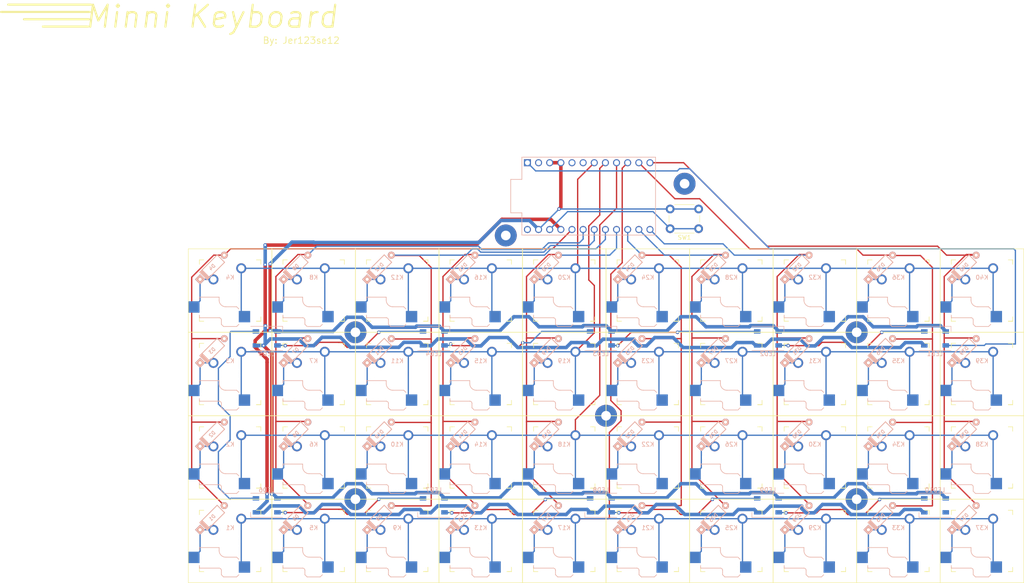
<source format=kicad_pcb>
(kicad_pcb (version 20211014) (generator pcbnew)
  (layers (0 "F.Cu" signal) (31 "B.Cu" signal) (34 "B.Paste" user) (35 "F.Paste" user) (36 "B.SilkS" user "B.Silkscreen") (37 "F.SilkS" user "F.Silkscreen") (38 "B.Mask" user) (39 "F.Mask" user) (44 "Edge.Cuts" user))
  (net 0 "")
  (net 1 "COL1")
  (net 2 "Net-(D1-Pad1)")
  (net 3 "COL2")
  (net 4 "COL3")
  (net 5 "COL4")
  (net 6 "COL5")
  (net 7 "COL6")
  (net 8 "COL7")
  (net 9 "COL8")
  (net 10 "COL9")
  (net 11 "COL10")
  (net 12 "ROW1")
  (net 13 "ROW2")
  (net 14 "ROW3")
  (net 15 "ROW4")
  (net 16 "LED")
  (net 20 "Net-(SW1-Pad1)")
  (net 22 "Net-(LED1-Pad4)")
  (net 23 "Net-(LED2-Pad4)")
  (net 24 "Net-(LED3-Pad4)")
  (net 25 "Net-(LED4-Pad4)")
  (net 26 "Net-(LED5-Pad4)")
  (net 27 "Net-(LED6-Pad4)")
  (net 28 "Net-(LED7-Pad4)")
  (net 29 "Net-(LED8-Pad4)")
  (net 30 "Net-(LED10-Pad2)")
  (net 32 "VDD")
  (net 33 "GND")
  (net 34 "Net-(D2-Pad1)")
  (net 35 "Net-(D3-Pad1)")
  (net 36 "Net-(D4-Pad1)")
  (net 37 "Net-(D5-Pad1)")
  (net 38 "Net-(D6-Pad1)")
  (net 39 "Net-(D7-Pad1)")
  (net 40 "Net-(D8-Pad1)")
  (net 41 "Net-(D9-Pad1)")
  (net 42 "Net-(D10-Pad1)")
  (net 43 "Net-(D11-Pad1)")
  (net 44 "Net-(D12-Pad1)")
  (net 45 "Net-(D13-Pad1)")
  (net 46 "Net-(D14-Pad1)")
  (net 47 "Net-(D15-Pad1)")
  (net 48 "Net-(D16-Pad1)")
  (net 49 "Net-(D17-Pad1)")
  (net 50 "Net-(D18-Pad1)")
  (net 51 "Net-(D19-Pad1)")
  (net 52 "Net-(D20-Pad1)")
  (net 53 "Net-(D21-Pad1)")
  (net 54 "Net-(D22-Pad1)")
  (net 55 "Net-(D23-Pad1)")
  (net 56 "Net-(D24-Pad1)")
  (net 57 "Net-(D25-Pad1)")
  (net 58 "Net-(D26-Pad1)")
  (net 59 "Net-(D27-Pad1)")
  (net 60 "Net-(D28-Pad1)")
  (net 61 "Net-(D29-Pad1)")
  (net 62 "Net-(D30-Pad1)")
  (net 63 "Net-(D31-Pad1)")
  (net 64 "Net-(D32-Pad1)")
  (net 65 "Net-(D33-Pad1)")
  (net 66 "Net-(D34-Pad1)")
  (net 67 "Net-(D35-Pad1)")
  (net 68 "Net-(D36-Pad1)")
  (net 69 "Net-(D37-Pad1)")
  (net 70 "Net-(D38-Pad1)")
  (net 71 "Net-(D39-Pad1)")
  (net 72 "Net-(D40-Pad1)")
  (footprint "better switch:Kailh_socket_PG1350" (layer "F.Cu") (at 223.647 145.161)
    (fp_text reference "K33")
    (fp_text value "KEYSW" hide)
  )
  (footprint "better switch:Kailh_socket_PG1350" (layer "F.Cu") (at 223.647001 107.061)
    (fp_text reference "K35")
    (fp_text value "KEYSW" hide)
  )
  (footprint "better switch:Kailh_socket_PG1350" (layer "F.Cu") (at 147.447 107.061)
    (fp_text reference "K19")
    (fp_text value "KEYSW" hide)
  )
  (footprint "better switch:Kailh_socket_PG1350" (layer "F.Cu") (at 242.697 145.161)
    (fp_text reference "K37")
    (fp_text value "KEYSW" hide)
  )
  (footprint "better switch:Kailh_socket_PG1350" (layer "F.Cu") (at 128.397 88.011)
    (fp_text reference "K16")
    (fp_text value "KEYSW" hide)
  )
  (footprint "better switch:Kailh_socket_PG1350" (layer "F.Cu") (at 128.397 126.111)
    (fp_text reference "K14")
    (fp_text value "KEYSW" hide)
  )
  (footprint "lumberjack:MountingHole_M2" (layer "F.Cu") (at 174.879 63.627)
    (fp_text reference "H1" hide)
    (fp_text value "M2")
  )
  (footprint "better switch:Kailh_socket_PG1350" (layer "F.Cu") (at 128.397 145.161)
    (fp_text reference "K13")
    (fp_text value "KEYSW" hide)
  )
  (footprint "better switch:Kailh_socket_PG1350" (layer "F.Cu") (at 185.547 88.011)
    (fp_text reference "K28")
    (fp_text value "KEYSW" hide)
  )
  (footprint "better switch:Kailh_socket_PG1350" (layer "F.Cu") (at 185.547 107.061)
    (fp_text reference "K27")
    (fp_text value "KEYSW" hide)
  )
  (footprint "better switch:Kailh_socket_PG1350" (layer "F.Cu") (at 204.597 88.011)
    (fp_text reference "K32")
    (fp_text value "KEYSW" hide)
  )
  (footprint "better switch:Kailh_socket_PG1350" (layer "F.Cu") (at 147.447 126.111)
    (fp_text reference "K18")
    (fp_text value "KEYSW" hide)
  )
  (footprint "better switch:Kailh_socket_PG1350" (layer "F.Cu") (at 109.347001 107.061)
    (fp_text reference "K11")
    (fp_text value "KEYSW" hide)
  )
  (footprint "lumberjack:MountingHole_M2" (layer "F.Cu") (at 134.112 75.438)
    (fp_text reference "H1" hide)
    (fp_text value "M2")
  )
  (footprint "better switch:Kailh_socket_PG1350" (layer "F.Cu") (at 242.697 126.111)
    (fp_text reference "K38")
    (fp_text value "KEYSW" hide)
  )
  (footprint "better switch:Kailh_socket_PG1350" (layer "F.Cu") (at 90.297 126.111001)
    (fp_text reference "K6")
    (fp_text value "KEYSW" hide)
  )
  (footprint "better switch:Kailh_socket_PG1350" (layer "F.Cu") (at 109.347 145.161)
    (fp_text reference "K9")
    (fp_text value "KEYSW" hide)
  )
  (footprint "better switch:Kailh_socket_PG1350" (layer "F.Cu") (at 109.347 88.011)
    (fp_text reference "K12")
    (fp_text value "KEYSW" hide)
  )
  (footprint "better switch:Kailh_socket_PG1350" (layer "F.Cu") (at 90.297 145.161)
    (fp_text reference "K5")
    (fp_text value "KEYSW" hide)
  )
  (footprint "lumberjack:MountingHole_M2" (layer "F.Cu") (at 214.122 97.536)
    (fp_text reference "H1" hide)
    (fp_text value "M2")
  )
  (footprint "better switch:Kailh_socket_PG1350" (layer "F.Cu") (at 242.697 88.011)
    (fp_text reference "K40")
    (fp_text value "KEYSW" hide)
  )
  (footprint "better switch:Kailh_socket_PG1350" (layer "F.Cu") (at 166.497 126.111)
    (fp_text reference "K22")
    (fp_text value "KEYSW" hide)
  )
  (footprint "better switch:Kailh_socket_PG1350" (layer "F.Cu") (at 147.447 88.011)
    (fp_text reference "K20")
    (fp_text value "KEYSW" hide)
  )
  (footprint "better switch:Kailh_socket_PG1350" (layer "F.Cu") (at 147.447 145.161)
    (fp_text reference "K17")
    (fp_text value "KEYSW" hide)
  )
  (footprint "better switch:Kailh_socket_PG1350" (layer "F.Cu") (at 90.296999 107.061)
    (fp_text reference "K7")
    (fp_text value "KEYSW" hide)
  )
  (footprint "lumberjack:MountingHole_M2" (layer "F.Cu") (at 214.122 135.636)
    (fp_text reference "H1" hide)
    (fp_text value "M2")
  )
  (footprint "better switch:Kailh_socket_PG1350" (layer "F.Cu") (at 166.497 145.161)
    (fp_text reference "K21")
    (fp_text value "KEYSW" hide)
  )
  (footprint "better switch:Kailh_socket_PG1350" (layer "F.Cu") (at 185.547 145.161)
    (fp_text reference "K25")
    (fp_text value "KEYSW" hide)
  )
  (footprint "better switch:Kailh_socket_PG1350" (layer "F.Cu") (at 128.397 107.061)
    (fp_text reference "K15")
    (fp_text value "KEYSW" hide)
  )
  (footprint "better switch:Kailh_socket_PG1350" (layer "F.Cu") (at 90.297 88.011)
    (fp_text reference "K8")
    (fp_text value "KEYSW" hide)
  )
  (footprint "better switch:Kailh_socket_PG1350" (layer "F.Cu") (at 204.597 145.161)
    (fp_text reference "K29")
    (fp_text value "KEYSW" hide)
  )
  (footprint "better switch:Kailh_socket_PG1350" (layer "F.Cu") (at 242.697 107.061)
    (fp_text reference "K39")
    (fp_text value "KEYSW" hide)
  )
  (footprint "better switch:Kailh_socket_PG1350" (layer "F.Cu") (at 166.497 107.061)
    (fp_text reference "K23")
    (fp_text value "KEYSW" hide)
  )
  (footprint "better switch:Kailh_socket_PG1350" (layer "F.Cu") (at 166.497 88.011)
    (fp_text reference "K24")
    (fp_text value "KEYSW" hide)
  )
  (footprint "better switch:Kailh_socket_PG1350" (layer "F.Cu") (at 204.597 126.111001)
    (fp_text reference "K30")
    (fp_text value "KEYSW" hide)
  )
  (footprint "better switch:Kailh_socket_PG1350" (layer "F.Cu") (at 109.347 126.111001)
    (fp_text reference "K10")
    (fp_text value "KEYSW" hide)
  )
  (footprint "better switch:Kailh_socket_PG1350" (layer "F.Cu") (at 223.647 126.111001)
    (fp_text reference "K34")
    (fp_text value "KEYSW" hide)
  )
  (footprint "lumberjack:MountingHole_M2" (layer "F.Cu") (at 156.972 116.586)
    (fp_text reference "H1" hide)
    (fp_text value "M2")
  )
  (footprint "better switch:Kailh_socket_PG1350" (layer "F.Cu") (at 71.247 145.161)
    (fp_text reference "K1")
    (fp_text value "KEYSW" hide)
  )
  (footprint "better switch:Kailh_socket_PG1350" (layer "F.Cu") (at 223.647 88.011)
    (fp_text reference "K36")
    (fp_text value "KEYSW" hide)
  )
  (footprint "better switch:Kailh_socket_PG1350" (layer "F.Cu") (at 71.247 88.011)
    (fp_text reference "K4")
    (fp_text value "KEYSW" hide)
  )
  (footprint "better switch:Kailh_socket_PG1350" (layer "F.Cu") (at 204.596999 107.061)
    (fp_text reference "K31")
    (fp_text value "KEYSW" hide)
  )
  (footprint "lumberjack:MountingHole_M2" (layer "F.Cu") (at 99.822 97.536)
    (fp_text reference "H1" hide)
    (fp_text value "M2")
  )
  (footprint "better switch:Kailh_socket_PG1350" (layer "F.Cu") (at 185.547 126.111)
    (fp_text reference "K26")
    (fp_text value "KEYSW" hide)
  )
  (footprint "better switch:Kailh_socket_PG1350" (layer "F.Cu") (at 71.247 126.111)
    (fp_text reference "K2")
    (fp_text value "KEYSW" hide)
  )
  (footprint "better switch:Kailh_socket_PG1350" (layer "F.Cu") (at 71.247 107.061)
    (fp_text reference "K3")
    (fp_text value "KEYSW" hide)
  )
  (footprint "switches:SW_PUSH_6mm" (layer "F.Cu") (at 178.087 73.896 180)
    (fp_text reference "SW1")
    (fp_text value "SW_PUSH")
  )
  (footprint "lumberjack:MountingHole_M2" (layer "F.Cu") (at 99.822 135.636)
    (fp_text reference "H1" hide)
    (fp_text value "M2")
  )
  (footprint "misc:D_axial" (layer "B.Cu") (at 162.407 101.741 45)
    (fp_text reference "D23")
    (fp_text value "D" hide)
  )
  (footprint "led:LED_SK6812_PLCC4_5.0x5.0mm_P3.2mm" (layer "B.Cu") (at 117.687 98.931)
    (fp_text reference "LED4")
    (fp_text value "choc_SK6812MINI-E" hide)
  )
  (footprint "led:LED_SK6812_PLCC4_5.0x5.0mm_P3.2mm" (layer "B.Cu") (at 117.687 137.021 180)
    (fp_text reference "LED7")
    (fp_text value "choc_SK6812MINI-E" hide)
  )
  (footprint "misc:D_axial" (layer "B.Cu") (at 238.607 82.690999 45)
    (fp_text reference "D40")
    (fp_text value "D" hide)
  )
  (footprint "misc:D_axial" (layer "B.Cu") (at 200.507 120.790999 45)
    (fp_text reference "D30")
    (fp_text value "D" hide)
  )
  (footprint "misc:D_axial" (layer "B.Cu") (at 67.157 120.790999 45)
    (fp_text reference "D2")
    (fp_text value "D" hide)
  )
  (footprint "misc:D_axial" (layer "B.Cu") (at 162.406999 82.690999 45)
    (fp_text reference "D24")
    (fp_text value "D" hide)
  )
  (footprint "misc:D_axial" (layer "B.Cu") (at 67.157 101.741 45)
    (fp_text reference "D3")
    (fp_text value "D" hide)
  )
  (footprint "misc:D_axial" (layer "B.Cu") (at 219.557 101.740999 45)
    (fp_text reference "D35")
    (fp_text value "D" hide)
  )
  (footprint "misc:D_axial" (layer "B.Cu") (at 143.357 101.740999 45)
    (fp_text reference "D19")
    (fp_text value "D" hide)
  )
  (footprint "misc:D_axial" (layer "B.Cu") (at 238.607 101.740999 45)
    (fp_text reference "D39")
    (fp_text value "D" hide)
  )
  (footprint "misc:D_axial" (layer "B.Cu") (at 124.307 120.790999 45)
    (fp_text reference "D14")
    (fp_text value "D" hide)
  )
  (footprint "misc:D_axial" (layer "B.Cu") (at 86.207001 82.690999 45)
    (fp_text reference "D8")
    (fp_text value "D" hide)
  )
  (footprint "misc:D_axial" (layer "B.Cu") (at 181.457 101.741 45)
    (fp_text reference "D27")
    (fp_text value "D" hide)
  )
  (footprint "led:LED_SK6812_PLCC4_5.0x5.0mm_P3.2mm" (layer "B.Cu") (at 155.787 98.931)
    (fp_text reference "LED3")
    (fp_text value "choc_SK6812MINI-E" hide)
  )
  (footprint "misc:D_axial" (layer "B.Cu") (at 124.307 82.690999 45)
    (fp_text reference "D16")
    (fp_text value "D" hide)
  )
  (footprint "led:LED_SK6812_PLCC4_5.0x5.0mm_P3.2mm" (layer "B.Cu") (at 231.987 137.021 180)
    (fp_text reference "LED10")
    (fp_text value "choc_SK6812MINI-E" hide)
  )
  (footprint "misc:D_axial" (layer "B.Cu") (at 105.257 82.690999 45)
    (fp_text reference "D12")
    (fp_text value "D" hide)
  )
  (footprint "led:LED_SK6812_PLCC4_5.0x5.0mm_P3.2mm" (layer "B.Cu") (at 193.887 98.931)
    (fp_text reference "LED2")
    (fp_text value "choc_SK6812MINI-E" hide)
  )
  (footprint "misc:D_axial" (layer "B.Cu") (at 105.257 101.740999 45)
    (fp_text reference "D11")
    (fp_text value "D" hide)
  )
  (footprint "misc:D_axial" (layer "B.Cu") (at 124.307 101.740999 45)
    (fp_text reference "D15")
    (fp_text value "D" hide)
  )
  (footprint "misc:D_axial" (layer "B.Cu") (at 238.607 139.841 45)
    (fp_text reference "D37")
    (fp_text value "D" hide)
  )
  (footprint "misc:D_axial" (layer "B.Cu") (at 86.207 101.741 45)
    (fp_text reference "D7")
    (fp_text value "D" hide)
  )
  (footprint "misc:D_axial" (layer "B.Cu") (at 219.556999 120.790999 45)
    (fp_text reference "D34")
    (fp_text value "D" hide)
  )
  (footprint "misc:D_axial" (layer "B.Cu") (at 200.507 101.741 45)
    (fp_text reference "D31")
    (fp_text value "D" hide)
  )
  (footprint "misc:D_axial" (layer "B.Cu") (at 124.307 139.841 45)
    (fp_text reference "D13")
    (fp_text value "D" hide)
  )
  (footprint "misc:D_axial" (layer "B.Cu") (at 200.507 139.840999 45)
    (fp_text reference "D29")
    (fp_text value "D" hide)
  )
  (footprint "misc:D_axial" (layer "B.Cu") (at 86.207 120.790999 45)
    (fp_text reference "D6")
    (fp_text value "D" hide)
  )
  (footprint "misc:D_axial" (layer "B.Cu") (at 162.407 120.790999 45)
    (fp_text reference "D22")
    (fp_text value "D" hide)
  )
  (footprint "misc:D_axial" (layer "B.Cu") (at 105.257 139.840999 45)
    (fp_text reference "D9")
    (fp_text value "D" hide)
  )
  (footprint "led:LED_SK6812_PLCC4_5.0x5.0mm_P3.2mm" (layer "B.Cu") (at 231.987 98.931)
    (fp_text reference "LED1")
    (fp_text value "choc_SK6812MINI-E" hide)
  )
  (footprint "misc:D_axial" (layer "B.Cu") (at 238.607 120.790999 45)
    (fp_text reference "D38")
    (fp_text value "D" hide)
  )
  (footprint "misc:D_axial" (layer "B.Cu") (at 219.557 82.690999 45)
    (fp_text reference "D36")
    (fp_text value "D" hide)
  )
  (footprint "misc:D_axial" (layer "B.Cu") (at 162.407 139.840999 45)
    (fp_text reference "D21")
    (fp_text value "D" hide)
  )
  (footprint "misc:D_axial" (layer "B.Cu") (at 143.357 120.790999 45)
    (fp_text reference "D18")
    (fp_text value "D" hide)
  )
  (footprint "misc:D_axial" (layer "B.Cu") (at 219.556999 139.840999 45)
    (fp_text reference "D33")
    (fp_text value "D" hide)
  )
  (footprint "misc:D_axial" (layer "B.Cu") (at 105.257 120.790999 45)
    (fp_text reference "D10")
    (fp_text value "D" hide)
  )
  (footprint "misc:D_axial" (layer "B.Cu") (at 181.457 139.840999 45)
    (fp_text reference "D25")
    (fp_text value "D" hide)
  )
  (footprint "misc:D_axial" (layer "B.Cu") (at 143.357 82.690999 45)
    (fp_text reference "D20")
    (fp_text value "D" hide)
  )
  (footprint "misc:D_axial" (layer "B.Cu") (at 181.457 120.790999 45)
    (fp_text reference "D26")
    (fp_text value "D" hide)
  )
  (footprint "led:LED_SK6812_PLCC4_5.0x5.0mm_P3.2mm" (layer "B.Cu") (at 193.887 137.021 180)
    (fp_text reference "LED9")
    (fp_text value "choc_SK6812MINI-E" hide)
  )
  (footprint "misc:D_axial" (layer "B.Cu") (at 181.457 82.691 45)
    (fp_text reference "D28")
    (fp_text value "D" hide)
  )
  (footprint "led:LED_SK6812_PLCC4_5.0x5.0mm_P3.2mm" (layer "B.Cu") (at 155.787 137.021 180)
    (fp_text reference "LED8")
    (fp_text value "choc_SK6812MINI-E" hide)
  )
  (footprint "misc:D_axial" (layer "B.Cu") (at 67.157 139.840999 45)
    (fp_text reference "D1")
    (fp_text value "D" hide)
  )
  (footprint "misc:D_axial" (layer "B.Cu") (at 200.507 82.690999 45)
    (fp_text reference "D32")
    (fp_text value "D" hide)
  )
  (footprint "misc:D_axial" (layer "B.Cu") (at 143.357 139.840999 45)
    (fp_text reference "D17")
    (fp_text value "D" hide)
  )
  (footprint "misc:D_axial" (layer "B.Cu") (at 67.156999 82.690999 45)
    (fp_text reference "D4")
    (fp_text value "D" hide)
  )
  (footprint "misc:D_axial" (layer "B.Cu") (at 86.207 139.840999 45)
    (fp_text reference "D5")
    (fp_text value "D" hide)
  )
  (footprint "led:LED_SK6812_PLCC4_5.0x5.0mm_P3.2mm" (layer "B.Cu") (at 79.587 98.931)
    (fp_text reference "LED5")
    (fp_text value "choc_SK6812MINI-E" hide)
  )
  (footprint "promicro:ProMicro-EnforcedTop" (layer "B.Cu") (at 153.01575 66.456)
    (fp_text reference "U1" hide)
    (fp_text value "ProMicro")
  )
  (footprint "led:LED_SK6812_PLCC4_5.0x5.0mm_P3.2mm" (layer "B.Cu") (at 79.587 137.021 180)
    (fp_text reference "LED6")
    (fp_text value "choc_SK6812MINI-E" hide)
  )
  (gr_line (start 39.065 26.093333) (end 24.245 26.093333) (layer "F.SilkS") (width 0.5))
  (gr_line (start 20.645 22.753333) (end 39.535 22.753333) (layer "F.SilkS") (width 0.5))
  (gr_line (start 39.235 24.423333) (end 19.025 24.423333) (layer "F.SilkS") (width 0.5))
  (gr_line (start 38.875 27.763333) (end 28.565 27.763333) (layer "F.SilkS") (width 0.5))
  (gr_text "By: Jer123se12" (at 87.459524 30.923333) (layer "F.SilkS") (effects (font (size 1.5 1.5) (thickness 0.2))))
  (gr_text "Minni Keyboard" (at 67 25.5) (layer "F.SilkS") (effects (font (size 5 5) (thickness 0.5) italic)))
  (segment (start 62.484 99.06) (end 62.484 118.11) (width 0.3) (layer "F.Cu") (net 1))
  (segment (start 71.361998 78.486) (end 69.914715 79.933283) (width 0.3) (layer "F.Cu") (net 1))
  (segment (start 144.79575 78.486) (end 71.361998 78.486) (width 0.3) (layer "F.Cu") (net 1))
  (segment (start 62.484 84.963) (end 62.484 99.06) (width 0.3) (layer "F.Cu") (net 1))
  (segment (start 149.20575 74.076) (end 144.79575 78.486) (width 0.3) (layer "F.Cu") (net 1))
  (segment (start 67.513717 79.933283) (end 62.484 84.963) (width 0.3) (layer "F.Cu") (net 1))
  (segment (start 69.914716 98.983284) (end 62.560716 98.983284) (width 0.3) (layer "F.Cu") (net 1))
  (segment (start 69.914716 118.033283) (end 62.560717 118.033283) (width 0.3) (layer "F.Cu") (net 1))
  (segment (start 69.914715 79.933283) (end 67.513717 79.933283) (width 0.3) (layer "F.Cu") (net 1))
  (segment (start 62.484 118.11) (end 62.484 129.652567) (width 0.3) (layer "F.Cu") (net 1))
  (segment (start 62.560717 118.033283) (end 62.484 118.11) (width 0.3) (layer "F.Cu") (net 1))
  (segment (start 62.560716 98.983284) (end 62.484 99.06) (width 0.3) (layer "F.Cu") (net 1))
  (segment (start 62.484 129.652567) (end 69.914716 137.083283) (width 0.3) (layer "F.Cu") (net 1))
  (segment (start 64.399284 142.598716) (end 64.399284 147.483716) (width 0.3) (layer "B.Cu") (net 2))
  (segment (start 64.399284 142.598716) (end 67.414716 142.598718) (width 0.3) (layer "B.Cu") (net 2))
  (segment (start 67.414716 142.598718) (end 67.437 142.620999) (width 0.3) (layer "B.Cu") (net 2))
  (segment (start 64.399284 147.483716) (end 62.972 148.911) (width 0.3) (layer "B.Cu") (net 2))
  (segment (start 67.647 142.410999) (end 67.437 142.620999) (width 0.3) (layer "B.Cu") (net 2))
  (segment (start 86.715858 79.781141) (end 81.686141 84.810858) (width 0.3) (layer "F.Cu") (net 3))
  (segment (start 81.686141 117.957858) (end 81.686141 129.500425) (width 0.3) (layer "F.Cu") (net 3))
  (segment (start 89.116857 117.881141) (end 81.762858 117.881141) (width 0.3) (layer "F.Cu") (net 3))
  (segment (start 81.762857 98.831142) (end 81.686141 98.907858) (width 0.3) (layer "F.Cu") (net 3))
  (segment (start 81.686141 98.907858) (end 81.686141 117.957858) (width 0.3) (layer "F.Cu") (net 3))
  (segment (start 81.686141 84.810858) (end 81.686141 98.907858) (width 0.3) (layer "F.Cu") (net 3))
  (segment (start 81.686141 129.500425) (end 89.116857 136.931141) (width 0.3) (layer "F.Cu") (net 3))
  (segment (start 89.116856 79.781141) (end 86.715858 79.781141) (width 0.3) (layer "F.Cu") (net 3))
  (segment (start 81.762858 117.881141) (end 81.686141 117.957858) (width 0.3) (layer "F.Cu") (net 3))
  (segment (start 89.116857 98.831142) (end 81.762857 98.831142) (width 0.3) (layer "F.Cu") (net 3))
  (segment (start 150.876 77.124) (end 143.856 77.124) (width 0.3) (layer "B.Cu") (net 3))
  (segment (start 151.74575 74.076) (end 151.74575 76.25425) (width 0.3) (layer "B.Cu") (net 3))
  (segment (start 128.645528 78.648) (end 127.883528 77.886) (width 0.3) (layer "B.Cu") (net 3))
  (segment (start 91.012 77.886) (end 88.964717 79.933283) (width 0.3) (layer "B.Cu") (net 3))
  (segment (start 142.332 78.648) (end 128.645528 78.648) (width 0.3) (layer "B.Cu") (net 3))
  (segment (start 151.74575 76.25425) (end 150.876 77.124) (width 0.3) (layer "B.Cu") (net 3))
  (segment (start 127.883528 77.886) (end 91.012 77.886) (width 0.3) (layer "B.Cu") (net 3))
  (segment (start 143.856 77.124) (end 142.332 78.648) (width 0.3) (layer "B.Cu") (net 3))
  (segment (start 117.100001 99.136717) (end 117.100001 118.186717) (width 0.3) (layer "F.Cu") (net 4))
  (segment (start 117.023284 137.16) (end 108.147717 137.16) (width 0.3) (layer "F.Cu") (net 4))
  (segment (start 117.100001 118.186717) (end 117.100001 137.083283) (width 0.3) (layer "F.Cu") (net 4))
  (segment (start 108.147717 118.11) (end 117.023284 118.11) (width 0.3) (layer "F.Cu") (net 4))
  (segment (start 117.100001 82.753717) (end 117.100001 99.136717) (width 0.3) (layer "F.Cu") (net 4))
  (segment (start 108.147717 99.060001) (end 117.023285 99.060001) (width 0.3) (layer "F.Cu") (net 4))
  (segment (start 117.100001 137.083283) (end 117.023284 137.16) (width 0.3) (layer "F.Cu") (net 4))
  (segment (start 117.023284 118.11) (end 117.100001 118.186717) (width 0.3) (layer "F.Cu") (net 4))
  (segment (start 114.356284 80.01) (end 117.100001 82.753717) (width 0.3) (layer "F.Cu") (net 4))
  (segment (start 108.147716 80.01) (end 114.356284 80.01) (width 0.3) (layer "F.Cu") (net 4))
  (segment (start 117.023285 99.060001) (end 117.100001 99.136717) (width 0.3) (layer "F.Cu") (net 4))
  (segment (start 154.28575 76.56175) (end 154.28575 74.076) (width 0.3) (layer "B.Cu") (net 4))
  (segment (start 108.014716 79.933283) (end 125.044717 79.933283) (width 0.3) (layer "B.Cu") (net 4))
  (segment (start 144.312472 77.724) (end 153.162 77.724) (width 0.3) (layer "B.Cu") (net 4))
  (segment (start 125.044717 79.933283) (end 126.492 78.486) (width 0.3) (layer "B.Cu") (net 4))
  (segment (start 128.397 79.248) (end 142.788472 79.248) (width 0.3) (layer "B.Cu") (net 4))
  (segment (start 154.305 76.581) (end 154.28575 76.56175) (width 0.3) (layer "B.Cu") (net 4))
  (segment (start 126.492 78.486) (end 127.635 78.486) (width 0.3) (layer "B.Cu") (net 4))
  (segment (start 127.635 78.486) (end 128.397 79.248) (width 0.3) (layer "B.Cu") (net 4))
  (segment (start 153.162 77.724) (end 154.305 76.581) (width 0.3) (layer "B.Cu") (net 4))
  (segment (start 142.788472 79.248) (end 144.312472 77.724) (width 0.3) (layer "B.Cu") (net 4))
  (segment (start 119.786141 98.907858) (end 119.786141 117.957858) (width 0.3) (layer "F.Cu") (net 5))
  (segment (start 124.815858 79.781141) (end 119.786141 84.810858) (width 0.3) (layer "F.Cu") (net 5))
  (segment (start 119.862858 117.881141) (end 119.786141 117.957858) (width 0.3) (layer "F.Cu") (net 5))
  (segment (start 127.216857 117.881141) (end 119.862858 117.881141) (width 0.3) (layer "F.Cu") (net 5))
  (segment (start 127.216856 79.781141) (end 124.815858 79.781141) (width 0.3) (layer "F.Cu") (net 5))
  (segment (start 119.786141 84.810858) (end 119.786141 98.907858) (width 0.3) (layer "F.Cu") (net 5))
  (segment (start 119.786141 129.500425) (end 127.216857 136.931141) (width 0.3) (layer "F.Cu") (net 5))
  (segment (start 127.216857 98.831142) (end 119.862857 98.831142) (width 0.3) (layer "F.Cu") (net 5))
  (segment (start 119.786141 117.957858) (end 119.786141 129.500425) (width 0.3) (layer "F.Cu") (net 5))
  (segment (start 119.862857 98.831142) (end 119.786141 98.907858) (width 0.3) (layer "F.Cu") (net 5))
  (segment (start 154.686 78.486) (end 144.399 78.486) (width 0.3) (layer "B.Cu") (net 5))
  (segment (start 142.951717 79.933283) (end 127.064716 79.933283) (width 0.3) (layer "B.Cu") (net 5))
  (segment (start 156.82575 76.34625) (end 154.686 78.486) (width 0.3) (layer "B.Cu") (net 5))
  (segment (start 144.399 78.486) (end 142.951717 79.933283) (width 0.3) (layer "B.Cu") (net 5))
  (segment (start 156.82575 74.076) (end 156.82575 76.34625) (width 0.3) (layer "B.Cu") (net 5))
  (segment (start 146.266856 79.781141) (end 143.865858 79.781141) (width 0.3) (layer "F.Cu") (net 6))
  (segment (start 138.836141 129.500425) (end 146.266857 136.931141) (width 0.3) (layer "F.Cu") (net 6))
  (segment (start 146.266857 117.881141) (end 138.912858 117.881141) (width 0.3) (layer "F.Cu") (net 6))
  (segment (start 138.836141 84.810858) (end 138.836141 98.907858) (width 0.3) (layer "F.Cu") (net 6))
  (segment (start 138.836141 117.957858) (end 138.836141 129.500425) (width 0.3) (layer "F.Cu") (net 6))
  (segment (start 138.836141 98.907858) (end 138.836141 117.957858) (width 0.3) (layer "F.Cu") (net 6))
  (segment (start 146.266857 98.831142) (end 138.912857 98.831142) (width 0.3) (layer "F.Cu") (net 6))
  (segment (start 138.912857 98.831142) (end 138.836141 98.907858) (width 0.3) (layer "F.Cu") (net 6))
  (segment (start 143.865858 79.781141) (end 138.836141 84.810858) (width 0.3) (layer "F.Cu") (net 6))
  (segment (start 138.912858 117.881141) (end 138.836141 117.957858) (width 0.3) (layer "F.Cu") (net 6))
  (segment (start 159.36575 78.37825) (end 159.36575 74.076) (width 0.3) (layer "B.Cu") (net 6))
  (segment (start 157.810717 79.933283) (end 159.36575 78.37825) (width 0.3) (layer "B.Cu") (net 6))
  (segment (start 146.114716 79.933283) (end 157.810717 79.933283) (width 0.3) (layer "B.Cu") (net 6))
  (segment (start 165.164715 79.933283) (end 171.373283 79.933283) (width 0.3) (layer "F.Cu") (net 7))
  (segment (start 174.117 118.11) (end 174.117 137.006566) (width 0.3) (layer "F.Cu") (net 7))
  (segment (start 174.117 99.06) (end 174.117 118.11) (width 0.3) (layer "F.Cu") (net 7))
  (segment (start 165.164716 118.033283) (end 174.040283 118.033283) (width 0.3) (layer "F.Cu") (net 7))
  (segment (start 165.164716 98.983284) (end 174.040284 98.983284) (width 0.3) (layer "F.Cu") (net 7))
  (segment (start 174.117 137.006566) (end 174.040283 137.083283) (width 0.3) (layer "F.Cu") (net 7))
  (segment (start 174.040283 118.033283) (end 174.117 118.11) (width 0.3) (layer "F.Cu") (net 7))
  (segment (start 174.117 82.677) (end 174.117 99.06) (width 0.3) (layer "F.Cu") (net 7))
  (segment (start 174.040283 137.083283) (end 165.164716 137.083283) (width 0.3) (layer "F.Cu") (net 7))
  (segment (start 174.040284 98.983284) (end 174.117 99.06) (width 0.3) (layer "F.Cu") (net 7))
  (segment (start 171.373283 79.933283) (end 174.117 82.677) (width 0.3) (layer "F.Cu") (net 7))
  (segment (start 161.90575 76.674318) (end 165.164715 79.933283) (width 0.3) (layer "B.Cu") (net 7))
  (segment (start 161.90575 74.076) (end 161.90575 76.674318) (width 0.3) (layer "B.Cu") (net 7))
  (segment (start 183.985857 98.831142) (end 176.631857 98.831142) (width 0.3) (layer "F.Cu") (net 8))
  (segment (start 176.555141 98.907858) (end 176.555141 117.957858) (width 0.3) (layer "F.Cu") (net 8))
  (segment (start 176.631857 98.831142) (end 176.555141 98.907858) (width 0.3) (layer "F.Cu") (net 8))
  (segment (start 176.555141 117.957858) (end 176.555141 129.500425) (width 0.3) (layer "F.Cu") (net 8))
  (segment (start 176.631858 117.881141) (end 176.555141 117.957858) (width 0.3) (layer "F.Cu") (net 8))
  (segment (start 181.584858 79.781141) (end 176.555141 84.810858) (width 0.3) (layer "F.Cu") (net 8))
  (segment (start 183.985856 79.781141) (end 181.584858 79.781141) (width 0.3) (layer "F.Cu") (net 8))
  (segment (start 176.555141 129.500425) (end 183.985857 136.931141) (width 0.3) (layer "F.Cu") (net 8))
  (segment (start 183.985857 117.881141) (end 176.631858 117.881141) (width 0.3) (layer "F.Cu") (net 8))
  (segment (start 176.555141 84.810858) (end 176.555141 98.907858) (width 0.3) (layer "F.Cu") (net 8))
  (segment (start 170.303034 79.933284) (end 184.214716 79.933284) (width 0.3) (layer "B.Cu") (net 8))
  (segment (start 164.44575 74.076) (end 170.303034 79.933284) (width 0.3) (layer "B.Cu") (net 8))
  (segment (start 203.416857 117.881141) (end 196.062858 117.881141) (width 0.3) (layer "F.Cu") (net 9))
  (segment (start 196.062857 98.831142) (end 195.986141 98.907858) (width 0.3) (layer "F.Cu") (net 9))
  (segment (start 203.416856 79.781141) (end 201.015858 79.781141) (width 0.3) (layer "F.Cu") (net 9))
  (segment (start 195.986141 84.810858) (end 195.986141 98.907858) (width 0.3) (layer "F.Cu") (net 9))
  (segment (start 195.986141 129.500425) (end 203.416857 136.931141) (width 0.3) (layer "F.Cu") (net 9))
  (segment (start 195.986141 117.957858) (end 195.986141 129.500425) (width 0.3) (layer "F.Cu") (net 9))
  (segment (start 195.986141 98.907858) (end 195.986141 117.957858) (width 0.3) (layer "F.Cu") (net 9))
  (segment (start 203.416857 98.831142) (end 196.062857 98.831142) (width 0.3) (layer "F.Cu") (net 9))
  (segment (start 196.062858 117.881141) (end 195.986141 117.957858) (width 0.3) (layer "F.Cu") (net 9))
  (segment (start 201.015858 79.781141) (end 195.986141 84.810858) (width 0.3) (layer "F.Cu") (net 9))
  (segment (start 170.25275 77.343) (end 166.98575 74.076) (width 0.3) (layer "B.Cu") (net 9))
  (segment (start 203.264716 79.933283) (end 186.232283 79.933283) (width 0.3) (layer "B.Cu") (net 9))
  (segment (start 186.232283 79.933283) (end 183.642 77.343) (width 0.3) (layer "B.Cu") (net 9))
  (segment (start 183.642 77.343) (end 170.25275 77.343) (width 0.3) (layer "B.Cu") (net 9))
  (segment (start 222.447716 80.01) (end 228.656284 80.01) (width 0.3) (layer "F.Cu") (net 10))
  (segment (start 231.400001 137.083283) (end 231.323284 137.16) (width 0.3) (layer "F.Cu") (net 10))
  (segment (start 231.323285 99.060001) (end 231.400001 99.136717) (width 0.3) (layer "F.Cu") (net 10))
  (segment (start 231.400001 99.136717) (end 231.400001 118.186717) (width 0.3) (layer "F.Cu") (net 10))
  (segment (start 178.308 67.056) (end 189.738 78.486) (width 0.3) (layer "F.Cu") (net 10))
  (segment (start 231.400001 118.186717) (end 231.400001 137.083283) (width 0.3) (layer "F.Cu") (net 10))
  (segment (start 231.323284 137.16) (end 222.447717 137.16) (width 0.3) (layer "F.Cu") (net 10))
  (segment (start 231.323284 118.11) (end 231.400001 118.186717) (width 0.3) (layer "F.Cu") (net 10))
  (segment (start 164.44575 58.836) (end 172.66575 67.056) (width 0.3) (layer "F.Cu") (net 10))
  (segment (start 222.447717 99.060001) (end 231.323285 99.060001) (width 0.3) (layer "F.Cu") (net 10))
  (segment (start 228.656284 80.01) (end 231.400001 82.753717) (width 0.3) (layer "F.Cu") (net 10))
  (segment (start 231.400001 82.753717) (end 231.400001 99.136717) (width 0.3) (layer "F.Cu") (net 10))
  (segment (start 214.122 78.486) (end 215.569283 79.933283) (width 0.3) (layer "F.Cu") (net 10))
  (segment (start 215.569283 79.933283) (end 222.314716 79.933283) (width 0.3) (layer "F.Cu") (net 10))
  (segment (start 189.738 78.486) (end 214.122 78.486) (width 0.3) (layer "F.Cu") (net 10))
  (segment (start 222.447717 118.11) (end 231.323284 118.11) (width 0.3) (layer "F.Cu") (net 10))
  (segment (start 172.66575 67.056) (end 178.308 67.056) (width 0.3) (layer "F.Cu") (net 10))
  (segment (start 232.572 77.886) (end 234.619283 79.933283) (width 0.3) (layer "F.Cu") (net 11))
  (segment (start 193.71 77.886) (end 232.572 77.886) (width 0.3) (layer "F.Cu") (net 11))
  (segment (start 234.162858 117.881141) (end 234.086141 117.957858) (width 0.3) (layer "F.Cu") (net 11))
  (segment (start 174.66 58.836) (end 193.71 77.886) (width 0.3) (layer "F.Cu") (net 11))
  (segment (start 241.516856 79.781141) (end 239.115858 79.781141) (width 0.3) (layer "F.Cu") (net 11))
  (segment (start 234.162857 98.831142) (end 234.086141 98.907858) (width 0.3) (layer "F.Cu") (net 11))
  (segment (start 234.086141 117.957858) (end 234.086141 129.500425) (width 0.3) (layer "F.Cu") (net 11))
  (segment (start 234.086141 84.810858) (end 234.086141 98.907858) (width 0.3) (layer "F.Cu") (net 11))
  (segment (start 241.516857 117.881141) (end 234.162858 117.881141) (width 0.3) (layer "F.Cu") (net 11))
  (segment (start 239.115858 79.781141) (end 234.086141 84.810858) (width 0.3) (layer "F.Cu") (net 11))
  (segment (start 234.086141 129.500425) (end 241.516857 136.931141) (width 0.3) (layer "F.Cu") (net 11))
  (segment (start 241.516857 98.831142) (end 234.162857 98.831142) (width 0.3) (layer "F.Cu") (net 11))
  (segment (start 234.086141 98.907858) (end 234.086141 117.957858) (width 0.3) (layer "F.Cu") (net 11))
  (segment (start 234.619283 79.933283) (end 241.364716 79.933283) (width 0.3) (layer "F.Cu") (net 11))
  (segment (start 166.98575 58.836) (end 174.66 58.836) (width 0.3) (layer "F.Cu") (net 11))
  (segment (start 150.495 62.62675) (end 150.495 82.423) (width 0.3) (layer "F.Cu") (net 12))
  (segment (start 154.28575 58.836) (end 150.495 62.62675) (width 0.3) (layer "F.Cu") (net 12))
  (segment (start 150.495 82.423) (end 149.987 82.931) (width 0.3) (layer "F.Cu") (net 12))
  (segment (start 111.887 93.225999) (end 112.622 93.960999) (width 0.3) (layer "B.Cu") (net 12))
  (segment (start 130.937 82.931) (end 130.937 93.225999) (width 0.3) (layer "B.Cu") (net 12))
  (segment (start 73.787 82.931) (end 73.786999 93.225999) (width 0.3) (layer "B.Cu") (net 12))
  (segment (start 92.837001 93.225999) (end 93.572001 93.960999) (width 0.3) (layer "B.Cu") (net 12))
  (segment (start 207.137 93.225999) (end 207.872 93.960999) (width 0.3) (layer "B.Cu") (net 12))
  (segment (start 245.237 82.931) (end 245.237 93.225999) (width 0.3) (layer "B.Cu") (net 12))
  (segment (start 73.786999 93.225999) (end 74.521999 93.960999) (width 0.3) (layer "B.Cu") (net 12))
  (segment (start 188.087 93.225998) (end 188.822 93.960998) (width 0.3) (layer "B.Cu") (net 12))
  (segment (start 149.987 93.225999) (end 150.722 93.960999) (width 0.3) (layer "B.Cu") (net 12))
  (segment (start 226.187 93.225999) (end 226.922 93.960999) (width 0.3) (layer "B.Cu") (net 12))
  (segment (start 73.787 82.931) (end 245.237 82.931) (width 0.3) (layer "B.Cu") (net 12))
  (segment (start 226.186999 82.931) (end 226.187 93.225999) (width 0.3) (layer "B.Cu") (net 12))
  (segment (start 169.037 82.931) (end 169.037 93.225999) (width 0.3) (layer "B.Cu") (net 12))
  (segment (start 92.837 82.931) (end 92.837001 93.225999) (width 0.3) (layer "B.Cu") (net 12))
  (segment (start 130.937 93.225999) (end 131.672 93.960999) (width 0.3) (layer "B.Cu") (net 12))
  (segment (start 207.137 82.931) (end 207.137 93.225999) (width 0.3) (layer "B.Cu") (net 12))
  (segment (start 188.087 82.931) (end 188.087 93.225998) (width 0.3) (layer "B.Cu") (net 12))
  (segment (start 111.887 82.931) (end 111.887 93.225999) (width 0.3) (layer "B.Cu") (net 12))
  (segment (start 149.987001 82.931) (end 149.987 93.225999) (width 0.3) (layer "B.Cu") (net 12))
  (segment (start 245.237 93.225999) (end 245.972 93.960999) (width 0.3) (layer "B.Cu") (net 12))
  (segment (start 169.037 93.225999) (end 169.772 93.960999) (width 0.3) (layer "B.Cu") (net 12))
  (segment (start 153.03575 73.27825) (end 153.03575 85.59875) (width 0.3) (layer "F.Cu") (net 13))
  (segment (start 155.53575 70.77825) (end 153.03575 73.27825) (width 0.3) (layer "F.Cu") (net 13))
  (segment (start 156.82575 58.836) (end 155.53575 60.126) (width 0.3) (layer "F.Cu") (net 13))
  (segment (start 154.305 86.868) (end 154.305 97.663) (width 0.3) (layer "F.Cu") (net 13))
  (segment (start 153.03575 85.59875) (end 154.305 86.868) (width 0.3) (layer "F.Cu") (net 13))
  (segment (start 155.53575 60.126) (end 155.53575 70.77825) (width 0.3) (layer "F.Cu") (net 13))
  (segment (start 154.305 97.663) (end 149.987 101.981) (width 0.3) (layer "F.Cu") (net 13))
  (segment (start 130.937 112.275999) (end 131.672 113.010999) (width 0.3) (layer "B.Cu") (net 13))
  (segment (start 169.037 112.275999) (end 169.772 113.010999) (width 0.3) (layer "B.Cu") (net 13))
  (segment (start 188.087 101.981) (end 188.087 112.276) (width 0.3) (layer "B.Cu") (net 13))
  (segment (start 188.087 112.276) (end 188.822 113.011) (width 0.3) (layer "B.Cu") (net 13))
  (segment (start 245.237 112.275999) (end 245.972 113.010999) (width 0.3) (layer "B.Cu") (net 13))
  (segment (start 73.787 112.276) (end 74.522 113.011) (width 0.3) (layer "B.Cu") (net 13))
  (segment (start 226.187 112.275999) (end 226.922 113.010999) (width 0.3) (layer "B.Cu") (net 13))
  (segment (start 226.186999 101.981) (end 226.187 112.275999) (width 0.3) (layer "B.Cu") (net 13))
  (segment (start 130.937 101.981001) (end 130.937 112.275999) (width 0.3) (layer "B.Cu") (net 13))
  (segment (start 207.137 101.981) (end 207.137 112.275999) (width 0.3) (layer "B.Cu") (net 13))
  (segment (start 149.987 112.275999) (end 150.722 113.010999) (width 0.3) (layer "B.Cu") (net 13))
  (segment (start 207.137 112.275999) (end 207.872 113.010999) (width 0.3) (layer "B.Cu") (net 13))
  (segment (start 149.987001 101.981) (end 149.987 112.275999) (width 0.3) (layer "B.Cu") (net 13))
  (segment (start 92.837 101.981) (end 92.837 112.276) (width 0.3) (layer "B.Cu") (net 13))
  (segment (start 73.787 101.981) (end 73.787 112.276) (width 0.3) (layer "B.Cu") (net 13))
  (segment (start 111.887 112.275999) (end 112.622 113.010999) (width 0.3) (layer "B.Cu") (net 13))
  (segment (start 169.037 101.981) (end 169.037 112.275999) (width 0.3) (layer "B.Cu") (net 13))
  (segment (start 245.237 101.981001) (end 245.237 112.275999) (width 0.3) (layer "B.Cu") (net 13))
  (segment (start 111.887 101.981) (end 111.887 112.275999) (width 0.3) (layer "B.Cu") (net 13))
  (segment (start 245.237 101.981) (end 73.787 101.981) (width 0.3) (layer "B.Cu") (net 13))
  (segment (start 92.837 112.276) (end 93.572 113.011) (width 0.3) (layer "B.Cu") (net 13))
  (segment (start 159.36575 69.23425) (end 155.544001 73.055999) (width 0.3) (layer "F.Cu") (net 14))
  (segment (start 155.544001 73.055999) (end 155.544001 111.917999) (width 0.3) (layer "F.Cu") (net 14))
  (segment (start 149.987 117.475) (end 149.987 121.031) (width 0.3) (layer "F.Cu") (net 14))
  (segment (start 155.544001 111.917999) (end 149.987 117.475) (width 0.3) (layer "F.Cu") (net 14))
  (segment (start 159.36575 58.836) (end 159.36575 69.23425) (width 0.3) (layer "F.Cu") (net 14))
  (segment (start 207.137 121.031) (end 207.137 131.325999) (width 0.3) (layer "B.Cu") (net 14))
  (segment (start 226.187 121.031001) (end 226.187 131.325999) (width 0.3) (layer "B.Cu") (net 14))
  (segment (start 188.087 131.325999) (end 188.822 132.060999) (width 0.3) (layer "B.Cu") (net 14))
  (segment (start 111.887 131.325999) (end 112.622 132.060999) (width 0.3) (layer "B.Cu") (net 14))
  (segment (start 73.787 121.031) (end 245.237 121.031) (width 0.3) (layer "B.Cu") (net 14))
  (segment (start 73.787 121.031) (end 73.787 131.325999) (width 0.3) (layer "B.Cu") (net 14))
  (segment (start 111.887 121.031001) (end 111.887 131.325999) (width 0.3) (layer "B.Cu") (net 14))
  (segment (start 207.137 131.325999) (end 207.872 132.060999) (width 0.3) (layer "B.Cu") (net 14))
  (segment (start 188.087 121.031) (end 188.087 131.325999) (width 0.3) (layer "B.Cu") (net 14))
  (segment (start 73.787 131.325999) (end 74.522 132.060999) (width 0.3) (layer "B.Cu") (net 14))
  (segment (start 92.837 121.031) (end 92.837 131.325999) (width 0.3) (layer "B.Cu") (net 14))
  (segment (start 130.937 131.325999) (end 131.672 132.060999) (width 0.3) (layer "B.Cu") (net 14))
  (segment (start 169.037 131.325999) (end 169.772 132.060999) (width 0.3) (layer "B.Cu") (net 14))
  (segment (start 130.937 121.031001) (end 130.937 131.325999) (width 0.3) (layer "B.Cu") (net 14))
  (segment (start 149.987 131.325999) (end 150.722 132.060999) (width 0.3) (layer "B.Cu") (net 14))
  (segment (start 169.037 121.031) (end 169.037 131.325999) (width 0.3) (layer "B.Cu") (net 14))
  (segment (start 226.187 131.325999) (end 226.922 132.060999) (width 0.3) (layer "B.Cu") (net 14))
  (segment (start 245.237 121.031001) (end 245.237 131.325999) (width 0.3) (layer "B.Cu") (net 14))
  (segment (start 92.837 131.325999) (end 93.572 132.060999) (width 0.3) (layer "B.Cu") (net 14))
  (segment (start 245.237 131.325999) (end 245.972 132.060999) (width 0.3) (layer "B.Cu") (net 14))
  (segment (start 149.987 121.031001) (end 149.987 131.325999) (width 0.3) (layer "B.Cu") (net 14))
  (segment (start 158.067913 84.248087) (end 158.067913 113.109913) (width 0.3) (layer "F.Cu") (net 15))
  (segment (start 158.067913 113.109913) (end 160.401 115.443) (width 0.3) (layer "F.Cu") (net 15))
  (segment (start 160.65575 60.086) (end 160.65575 81.66025) (width 0.3) (layer "F.Cu") (net 15))
  (segment (start 160.401 117.729) (end 157.734 120.396) (width 0.3) (layer "F.Cu") (net 15))
  (segment (start 160.401 115.443) (end 160.401 117.729) (width 0.3) (layer "F.Cu") (net 15))
  (segment (start 157.734 120.396) (end 157.734 139.827) (width 0.3) (layer "F.Cu") (net 15))
  (segment (start 161.90575 58.836) (end 160.65575 60.086) (width 0.3) (layer "F.Cu") (net 15))
  (segment (start 160.65575 81.66025) (end 158.067913 84.248087) (width 0.3) (layer "F.Cu") (net 15))
  (segment (start 157.734 139.827) (end 157.48 140.081) (width 0.3) (layer "F.Cu") (net 15))
  (segment (start 157.48 140.081) (end 149.987 140.081) (width 0.3) (layer "F.Cu") (net 15))
  (segment (start 226.187 140.081) (end 226.186999 150.375999) (width 0.3) (layer "B.Cu") (net 15))
  (segment (start 188.087 150.375999) (end 188.822 151.110999) (width 0.3) (layer "B.Cu") (net 15))
  (segment (start 92.837 150.375999) (end 93.572 151.110999) (width 0.3) (layer "B.Cu") (net 15))
  (segment (start 245.237 140.081) (end 73.787 140.081) (width 0.3) (layer "B.Cu") (net 15))
  (segment (start 73.786999 140.081) (end 73.787 150.375999) (width 0.3) (layer "B.Cu") (net 15))
  (segment (start 149.987001 150.375999) (end 150.722001 151.110999) (width 0.3) (layer "B.Cu") (net 15))
  (segment (start 188.087 140.081) (end 188.087 150.375999) (width 0.3) (layer "B.Cu") (net 15))
  (segment (start 226.186999 150.375999) (end 226.922 151.110999) (width 0.3) (layer "B.Cu") (net 15))
  (segment (start 73.787 150.375999) (end 74.522 151.110999) (width 0.3) (layer "B.Cu") (net 15))
  (segment (start 245.237 140.081) (end 245.237001 150.375999) (width 0.3) (layer "B.Cu") (net 15))
  (segment (start 207.137 140.081) (end 207.137 150.375999) (width 0.3) (layer "B.Cu") (net 15))
  (segment (start 130.937 140.081) (end 130.936999 150.375999) (width 0.3) (layer "B.Cu") (net 15))
  (segment (start 149.987 140.081) (end 149.987001 150.375999) (width 0.3) (layer "B.Cu") (net 15))
  (segment (start 92.837001 140.081) (end 92.837 150.375999) (width 0.3) (layer "B.Cu") (net 15))
  (segment (start 207.137 150.375999) (end 207.872 151.110999) (width 0.3) (layer "B.Cu") (net 15))
  (segment (start 169.037 150.375999) (end 169.772 151.110999) (width 0.3) (layer "B.Cu") (net 15))
  (segment (start 111.887 140.081) (end 111.887 150.375999) (width 0.3) (layer "B.Cu") (net 15))
  (segment (start 111.887 150.375999) (end 112.622 151.110999) (width 0.3) (layer "B.Cu") (net 15))
  (segment (start 130.936999 150.375999) (end 131.671999 151.110999) (width 0.3) (layer "B.Cu") (net 15))
  (segment (start 169.037 140.081) (end 169.037 150.375999) (width 0.3) (layer "B.Cu") (net 15))
  (segment (start 245.237001 150.375999) (end 245.972001 151.110999) (width 0.3) (layer "B.Cu") (net 15))
  (segment (start 249.936 78.486) (end 250.317 78.867) (width 0.3) (layer "B.Cu") (net 16))
  (segment (start 139.04575 58.836) (end 140.910747 60.700997) (width 0.3) (layer "B.Cu") (net 16))
  (segment (start 173.233003 60.700997) (end 173.736 60.198) (width 0.3) (layer "B.Cu") (net 16))
  (segment (start 194.31 78.486) (end 249.936 78.486) (width 0.3) (layer "B.Cu") (net 16))
  (segment (start 173.736 60.198) (end 176.022 60.198) (width 0.3) (layer "B.Cu") (net 16))
  (segment (start 250.317 100.203) (end 243.566297 100.203) (width 0.3) (layer "B.Cu") (net 16))
  (segment (start 176.022 60.198) (end 194.31 78.486) (width 0.3) (layer "B.Cu") (net 16))
  (segment (start 140.910747 60.700997) (end 173.233003 60.700997) (width 0.3) (layer "B.Cu") (net 16))
  (segment (start 243.238297 100.531) (end 234.437 100.531) (width 0.3) (layer "B.Cu") (net 16))
  (segment (start 243.566297 100.203) (end 243.238297 100.531) (width 0.3) (layer "B.Cu") (net 16))
  (segment (start 250.317 78.867) (end 250.317 100.203) (width 0.3) (layer "B.Cu") (net 16))
  (segment (start 144.12575 74.076) (end 148.20575 69.996) (width 0.3) (layer "B.Cu") (net 20))
  (segment (start 171.587 73.896) (end 178.087 73.896) (width 0.3) (layer "B.Cu") (net 20))
  (segment (start 148.20575 69.996) (end 167.687 69.996) (width 0.3) (layer "B.Cu") (net 20))
  (segment (start 167.687 69.996) (end 171.587 73.896) (width 0.3) (layer "B.Cu") (net 20))
  (segment (start 198.501 100.584) (end 205.466297 100.584) (width 0.3) (layer "F.Cu") (net 22))
  (segment (start 212.598 100.965) (end 216.408 100.965) (width 0.3) (layer "F.Cu") (net 22))
  (segment (start 205.466297 100.584) (end 206.228297 99.822) (width 0.3) (layer "F.Cu") (net 22))
  (segment (start 216.408 100.965) (end 219.837 97.536) (width 0.3) (layer "F.Cu") (net 22))
  (segment (start 206.228297 99.822) (end 210.693 99.822) (width 0.3) (layer "F.Cu") (net 22))
  (segment (start 210.693 99.822) (end 211.455 99.822) (width 0.3) (layer "F.Cu") (net 22))
  (segment (start 211.455 99.822) (end 212.598 100.965) (width 0.3) (layer "F.Cu") (net 22))
  (via (at 198.501 100.584) (size 0.8) (drill 0.4) (layers "F.Cu" "B.Cu") (net 22))
  (via (at 219.837 97.536) (size 0.8) (drill 0.4) (layers "F.Cu" "B.Cu") (net 22))
  (segment (start 198.438 100.521) (end 198.501 100.584) (width 0.3) (layer "B.Cu") (net 22))
  (segment (start 196.718 100.521) (end 198.438 100.521) (width 0.3) (layer "B.Cu") (net 22))
  (segment (start 219.837 97.536) (end 220.052 97.321) (width 0.3) (layer "B.Cu") (net 22))
  (segment (start 220.052 97.321) (end 229.918 97.321) (width 0.3) (layer "B.Cu") (net 22))
  (segment (start 162.687 97.536) (end 173.2675 97.536) (width 0.3) (layer "F.Cu") (net 23))
  (segment (start 159.639 100.584) (end 162.687 97.536) (width 0.3) (layer "F.Cu") (net 23))
  (via (at 159.639 100.584) (size 0.8) (drill 0.4) (layers "F.Cu" "B.Cu") (net 23))
  (via (at 173.2675 97.536) (size 0.8) (drill 0.4) (layers "F.Cu" "B.Cu") (net 23))
  (segment (start 173.2675 97.536) (end 173.4725 97.331) (width 0.3) (layer "B.Cu") (net 23))
  (segment (start 159.586 100.531) (end 159.639 100.584) (width 0.3) (layer "B.Cu") (net 23))
  (segment (start 158.237 100.531) (end 159.586 100.531) (width 0.3) (layer "B.Cu") (net 23))
  (segment (start 173.4725 97.331) (end 191.437 97.331) (width 0.3) (layer "B.Cu") (net 23))
  (segment (start 121.539 100.2125) (end 121.9105 100.584) (width 0.3) (layer "F.Cu") (net 24))
  (segment (start 136.779 100.965) (end 136.940141 100.965) (width 0.3) (layer "F.Cu") (net 24))
  (segment (start 128.778 100.584) (end 130.683 98.679) (width 0.3) (layer "F.Cu") (net 24))
  (segment (start 134.493 98.679) (end 136.779 100.965) (width 0.3) (layer "F.Cu") (net 24))
  (segment (start 130.683 98.679) (end 134.493 98.679) (width 0.3) (layer "F.Cu") (net 24))
  (segment (start 136.940141 100.965) (end 137.986641 99.9185) (width 0.3) (layer "F.Cu") (net 24))
  (segment (start 121.9105 100.584) (end 128.778 100.584) (width 0.3) (layer "F.Cu") (net 24))
  (via (at 121.539 100.2125) (size 0.8) (drill 0.4) (layers "F.Cu" "B.Cu") (net 24))
  (via (at 137.986641 99.9185) (size 0.8) (drill 0.4) (layers "F.Cu" "B.Cu") (net 24))
  (segment (start 142.318 97.331) (end 153.337 97.331) (width 0.3) (layer "B.Cu") (net 24))
  (segment (start 139.7305 99.9185) (end 142.318 97.331) (width 0.3) (layer "B.Cu") (net 24))
  (segment (start 137.986641 99.9185) (end 139.7305 99.9185) (width 0.3) (layer "B.Cu") (net 24))
  (segment (start 121.2205 100.531) (end 121.539 100.2125) (width 0.3) (layer "B.Cu") (net 24))
  (segment (start 120.137 100.531) (end 121.2205 100.531) (width 0.3) (layer "B.Cu") (net 24))
  (segment (start 90.785297 100.584) (end 91.547297 99.822) (width 0.3) (layer "F.Cu") (net 25))
  (segment (start 96.774 99.822) (end 97.917 100.965) (width 0.3) (layer "F.Cu") (net 25))
  (segment (start 91.547297 99.822) (end 96.012 99.822) (width 0.3) (layer "F.Cu") (net 25))
  (segment (start 83.82 100.584) (end 90.785297 100.584) (width 0.3) (layer "F.Cu") (net 25))
  (segment (start 97.917 100.965) (end 101.727 100.965) (width 0.3) (layer "F.Cu") (net 25))
  (segment (start 96.012 99.822) (end 96.774 99.822) (width 0.3) (layer "F.Cu") (net 25))
  (segment (start 101.727 100.965) (end 105.156 97.536) (width 0.3) (layer "F.Cu") (net 25))
  (via (at 105.156 97.536) (size 0.8) (drill 0.4) (layers "F.Cu" "B.Cu") (net 25))
  (via (at 83.82 100.584) (size 0.8) (drill 0.4) (layers "F.Cu" "B.Cu") (net 25))
  (segment (start 105.371 97.321) (end 115.237 97.321) (width 0.3) (layer "B.Cu") (net 25))
  (segment (start 83.757 100.521) (end 83.82 100.584) (width 0.3) (layer "B.Cu") (net 25))
  (segment (start 105.156 97.536) (end 105.371 97.321) (width 0.3) (layer "B.Cu") (net 25))
  (segment (start 82.037 100.521) (end 83.757 100.521) (width 0.3) (layer "B.Cu") (net 25))
  (segment (start 68.58 105.740301) (end 68.58 113.919) (width 0.3) (layer "B.Cu") (net 26))
  (segment (start 71.452 97.331) (end 71.247 97.536) (width 0.3) (layer "B.Cu") (net 26))
  (segment (start 68.58 124.790301) (end 68.58 132.969) (width 0.3) (layer "B.Cu") (net 26))
  (segment (start 71.247 116.586) (end 71.247 122.123301) (width 0.3) (layer "B.Cu") (net 26))
  (segment (start 71.247 97.536) (end 71.247 103.073301) (width 0.3) (layer "B.Cu") (net 26))
  (segment (start 71.247 122.123301) (end 68.58 124.790301) (width 0.3) (layer "B.Cu") (net 26))
  (segment (start 71.462 135.421) (end 77.137 135.421) (width 0.3) (layer "B.Cu") (net 26))
  (segment (start 71.247 103.073301) (end 68.58 105.740301) (width 0.3) (layer "B.Cu") (net 26))
  (segment (start 71.247 135.636) (end 71.462 135.421) (width 0.3) (layer "B.Cu") (net 26))
  (segment (start 68.58 132.969) (end 71.247 135.636) (width 0.3) (layer "B.Cu") (net 26))
  (segment (start 68.58 113.919) (end 71.247 116.586) (width 0.3) (layer "B.Cu") (net 26))
  (segment (start 77.137 97.331) (end 71.452 97.331) (width 0.3) (layer "B.Cu") (net 26))
  (segment (start 101.727 139.065) (end 105.156 135.636) (width 0.3) (layer "F.Cu") (net 27))
  (segment (start 90.785297 138.684) (end 91.547297 137.922) (width 0.3) (layer "F.Cu") (net 27))
  (segment (start 91.547297 137.922) (end 96.012 137.922) (width 0.3) (layer "F.Cu") (net 27))
  (segment (start 96.774 137.922) (end 97.917 139.065) (width 0.3) (layer "F.Cu") (net 27))
  (segment (start 97.917 139.065) (end 101.727 139.065) (width 0.3) (layer "F.Cu") (net 27))
  (segment (start 83.82 138.684) (end 90.785297 138.684) (width 0.3) (layer "F.Cu") (net 27))
  (segment (start 96.012 137.922) (end 96.774 137.922) (width 0.3) (layer "F.Cu") (net 27))
  (via (at 83.82 138.684) (size 0.8) (drill 0.4) (layers "F.Cu" "B.Cu") (net 27))
  (via (at 105.156 135.636) (size 0.8) (drill 0.4) (layers "F.Cu" "B.Cu") (net 27))
  (segment (start 82.037 138.621) (end 83.757 138.621) (width 0.3) (layer "B.Cu") (net 27))
  (segment (start 105.371 135.421) (end 115.237 135.421) (width 0.3) (layer "B.Cu") (net 27))
  (segment (start 105.156 135.636) (end 105.371 135.421) (width 0.3) (layer "B.Cu") (net 27))
  (segment (start 83.757 138.621) (end 83.82 138.684) (width 0.3) (layer "B.Cu") (net 27))
  (segment (start 115.165096 135.349096) (end 115.237 135.421) (width 0.3) (layer "B.Cu") (net 27))
  (segment (start 133.99 137.985) (end 134.752 137.985) (width 0.3) (layer "F.Cu") (net 28))
  (segment (start 134.752 137.985) (end 135.895 139.128) (width 0.3) (layer "F.Cu") (net 28))
  (segment (start 129.525297 137.985) (end 133.99 137.985) (width 0.3) (layer "F.Cu") (net 28))
  (segment (start 128.763297 138.747) (end 129.525297 137.985) (width 0.3) (layer "F.Cu") (net 28))
  (segment (start 139.705 139.128) (end 143.134 135.699) (width 0.3) (layer "F.Cu") (net 28))
  (segment (start 135.895 139.128) (end 139.705 139.128) (width 0.3) (layer "F.Cu") (net 28))
  (segment (start 121.798 138.747) (end 128.763297 138.747) (width 0.3) (layer "F.Cu") (net 28))
  (via (at 121.798 138.747) (size 0.8) (drill 0.4) (layers "F.Cu" "B.Cu") (net 28))
  (via (at 143.134 135.699) (size 0.8) (drill 0.4) (layers "F.Cu" "B.Cu") (net 28))
  (segment (start 143.349 135.484) (end 153.215 135.484) (width 0.3) (layer "B.Cu") (net 28))
  (segment (start 120.015 138.684) (end 121.735 138.684) (width 0.3) (layer "B.Cu") (net 28))
  (segment (start 121.735 138.684) (end 121.798 138.747) (width 0.3) (layer "B.Cu") (net 28))
  (segment (start 143.134 135.699) (end 143.349 135.484) (width 0.3) (layer "B.Cu") (net 28))
  (segment (start 153.143096 135.412096) (end 153.215 135.484) (width 0.3) (layer "B.Cu") (net 28))
  (segment (start 167.613213 137.960171) (end 172.077916 137.960171) (width 0.3) (layer "F.Cu") (net 29))
  (segment (start 172.077916 137.960171) (end 172.839916 137.960171) (width 0.3) (layer "F.Cu") (net 29))
  (segment (start 166.851213 138.722171) (end 167.613213 137.960171) (width 0.3) (layer "F.Cu") (net 29))
  (segment (start 177.792916 139.103171) (end 181.221916 135.674171) (width 0.3) (layer "F.Cu") (net 29))
  (segment (start 173.982916 139.103171) (end 177.792916 139.103171) (width 0.3) (layer "F.Cu") (net 29))
  (segment (start 172.839916 137.960171) (end 173.982916 139.103171) (width 0.3) (layer "F.Cu") (net 29))
  (segment (start 159.885916 138.722171) (end 166.851213 138.722171) (width 0.3) (layer "F.Cu") (net 29))
  (via (at 159.885916 138.722171) (size 0.8) (drill 0.4) (layers "F.Cu" "B.Cu") (net 29))
  (via (at 181.221916 135.674171) (size 0.8) (drill 0.4) (layers "F.Cu" "B.Cu") (net 29))
  (segment (start 181.436916 135.459171) (end 191.302916 135.459171) (width 0.3) (layer "B.Cu") (net 29))
  (segment (start 158.102916 138.659171) (end 159.822916 138.659171) (width 0.3) (layer "B.Cu") (net 29))
  (segment (start 159.822916 138.659171) (end 159.885916 138.722171) (width 0.3) (layer "B.Cu") (net 29))
  (segment (start 181.221916 135.674171) (end 181.436916 135.459171) (width 0.3) (layer "B.Cu") (net 29))
  (segment (start 191.231012 135.387267) (end 191.302916 135.459171) (width 0.3) (layer "B.Cu") (net 29))
  (segment (start 204.963297 138.747) (end 205.725297 137.985) (width 0.3) (layer "F.Cu") (net 30))
  (segment (start 210.19 137.985) (end 210.952 137.985) (width 0.3) (layer "F.Cu") (net 30))
  (segment (start 205.725297 137.985) (end 210.19 137.985) (width 0.3) (layer "F.Cu") (net 30))
  (segment (start 212.095 139.128) (end 215.905 139.128) (width 0.3) (layer "F.Cu") (net 30))
  (segment (start 215.905 139.128) (end 219.334 135.699) (width 0.3) (layer "F.Cu") (net 30))
  (segment (start 210.952 137.985) (end 212.095 139.128) (width 0.3) (layer "F.Cu") (net 30))
  (segment (start 197.998 138.747) (end 204.963297 138.747) (width 0.3) (layer "F.Cu") (net 30))
  (via (at 197.998 138.747) (size 0.8) (drill 0.4) (layers "F.Cu" "B.Cu") (net 30))
  (via (at 219.334 135.699) (size 0.8) (drill 0.4) (layers "F.Cu" "B.Cu") (net 30))
  (segment (start 219.549 135.484) (end 229.415 135.484) (width 0.3) (layer "B.Cu") (net 30))
  (segment (start 196.215 138.684) (end 197.935 138.684) (width 0.3) (layer "B.Cu") (net 30))
  (segment (start 197.935 138.684) (end 197.998 138.747) (width 0.3) (layer "B.Cu") (net 30))
  (segment (start 229.343096 135.412096) (end 229.415 135.484) (width 0.3) (layer "B.Cu") (net 30))
  (segment (start 219.334 135.699) (end 219.549 135.484) (width 0.3) (layer "B.Cu") (net 30))
  (segment (start 127.342 77.636) (end 79.248 77.636) (width 0.8) (layer "F.Cu") (net 32))
  (segment (start 146.66575 74.076) (end 144.343647 71.753897) (width 0.8) (layer "F.Cu") (net 32))
  (segment (start 78.867 100.584) (end 80.772 102.489) (width 0.8) (layer "F.Cu") (net 32))
  (segment (start 133.224103 71.753897) (end 128.016 76.962) (width 0.8) (layer "F.Cu") (net 32))
  (segment (start 79.248 96.0115) (end 79.2915 96.055) (width 0.8) (layer "F.Cu") (net 32))
  (segment (start 128.016 76.962) (end 127.342 77.636) (width 0.8) (layer "F.Cu") (net 32))
  (segment (start 144.343647 71.753897) (end 133.224103 71.753897) (width 0.8) (layer "F.Cu") (net 32))
  (segment (start 80.772 102.489) (end 80.772 134.493) (width 0.8) (layer "F.Cu") (net 32))
  (segment (start 79.248 82.081) (end 79.248 96.0115) (width 0.8) (layer "F.Cu") (net 32))
  (via (at 78.867 100.584) (size 0.8) (drill 0.4) (layers "F.Cu" "B.Cu") (net 32))
  (via (at 80.772 134.493) (size 0.8) (drill 0.4) (layers "F.Cu" "B.Cu") (net 32))
  (via (at 79.248 82.081) (size 0.8) (drill 0.4) (layers "F.Cu" "B.Cu") (net 32))
  (via (at 79.248 77.636) (size 0.8) (drill 0.4) (layers "F.Cu" "B.Cu") (net 32))
  (via (at 79.2915 96.055) (size 0.8) (drill 0.4) (layers "F.Cu" "B.Cu") (net 32))
  (segment (start 206.555 98.732) (end 210.746 98.732) (width 0.8) (layer "B.Cu") (net 32))
  (segment (start 113.46 134.374) (end 113.722 134.112) (width 0.8) (layer "B.Cu") (net 32))
  (segment (start 87.464716 99.06) (end 87.464716 99.604605) (width 0.8) (layer "B.Cu") (net 32))
  (segment (start 87.464716 99.604605) (end 88.444111 100.584) (width 0.8) (layer "B.Cu") (net 32))
  (segment (start 213.032 101.018) (end 224.081 101.018) (width 0.8) (layer "B.Cu") (net 32))
  (segment (start 227.76 134.374) (end 228.022 134.112) (width 0.8) (layer "B.Cu") (net 32))
  (segment (start 81.972 135.312) (end 94.628 135.312) (width 0.8) (layer "B.Cu") (net 32))
  (segment (start 224.081 101.018) (end 225.224 99.875) (width 0.8) (layer "B.Cu") (net 32))
  (segment (start 174.052 132.088) (end 177.481 132.088) (width 0.8) (layer "B.Cu") (net 32))
  (segment (start 92.202 98.679) (end 96.393 98.679) (width 0.8) (layer "B.Cu") (net 32))
  (segment (start 201.273111 99.113) (end 202.797111 100.637) (width 0.8) (layer "B.Cu") (net 32))
  (segment (start 194.744 99.113) (end 201.273111 99.113) (width 0.8) (layer "B.Cu") (net 32))
  (segment (start 97.852 132.088) (end 101.281 132.088) (width 0.8) (layer "B.Cu") (net 32))
  (segment (start 215.581 132.088) (end 217.867 134.374) (width 0.8) (layer "B.Cu") (net 32))
  (segment (start 217.867 134.374) (end 227.76 134.374) (width 0.8) (layer "B.Cu") (net 32))
  (segment (start 152.681 99.875) (end 153.39 100.584) (width 0.8) (layer "B.Cu") (net 32))
  (segment (start 151.56 134.374) (end 151.822 134.112) (width 0.8) (layer "B.Cu") (net 32))
  (segment (start 228.022 134.112) (end 233.172 134.112) (width 0.8) (layer "B.Cu") (net 32))
  (segment (start 208.928 135.312) (end 212.152 132.088) (width 0.8) (layer "B.Cu") (net 32))
  (segment (start 77.137 100.531) (end 78.814 100.531) (width 0.8) (layer "B.Cu") (net 32))
  (segment (start 130.355 98.732) (end 134.546 98.732) (width 0.8) (layer "B.Cu") (net 32))
  (segment (start 158.172 135.312) (end 170.828 135.312) (width 0.8) (layer "B.Cu") (net 32))
  (segment (start 81.109 134.493) (end 82.037 135.421) (width 0.8) (layer "B.Cu") (net 32))
  (segment (start 164.316111 100.637) (end 166.169 100.637) (width 0.8) (layer "B.Cu") (net 32))
  (segment (start 90.297 100.584) (end 92.202 98.679) (width 0.8) (layer "B.Cu") (net 32))
  (segment (start 114.528 99.822) (end 115.237 100.531) (width 0.8) (layer "B.Cu") (net 32))
  (segment (start 174.551 101.018) (end 185.6 101.018) (width 0.8) (layer "B.Cu") (net 32))
  (segment (start 204.65 100.637) (end 206.555 98.732) (width 0.8) (layer "B.Cu") (net 32))
  (segment (start 149.024 99.875) (end 152.681 99.875) (width 0.8) (layer "B.Cu") (net 32))
  (segment (start 202.797111 100.637) (end 204.65 100.637) (width 0.8) (layer "B.Cu") (net 32))
  (segment (start 185.6 101.018) (end 186.743 99.875) (width 0.8) (layer "B.Cu") (net 32))
  (segment (start 88.444111 100.584) (end 90.297 100.584) (width 0.8) (layer "B.Cu") (net 32))
  (segment (start 193.22 100.637) (end 194.744 99.113) (width 0.8) (layer "B.Cu") (net 32))
  (segment (start 189.66 134.374) (end 189.922 134.112) (width 0.8) (layer "B.Cu") (net 32))
  (segment (start 103.567 134.374) (end 113.46 134.374) (width 0.8) (layer "B.Cu") (net 32))
  (segment (start 80.772 134.493) (end 81.109 134.493) (width 0.8) (layer "B.Cu") (net 32))
  (segment (start 163.336716 99.657605) (end 164.316111 100.637) (width 0.8) (layer "B.Cu") (net 32))
  (segment (start 136.832 101.018) (end 147.881 101.018) (width 0.8) (layer "B.Cu") (net 32))
  (segment (start 233.172 134.112) (end 234.372 135.312) (width 0.8) (layer "B.Cu") (net 32))
  (segment (start 125.020111 99.06) (end 126.597111 100.637) (width 0.8) (layer "B.Cu") (net 32))
  (segment (start 154.739 100.637) (end 156.263 99.113) (width 0.8) (layer "B.Cu") (net 32))
  (segment (start 212.152 132.088) (end 215.581 132.088) (width 0.8) (layer "B.Cu") (net 32))
  (segment (start 156.972 134.112) (end 158.172 135.312) (width 0.8) (layer "B.Cu") (net 32))
  (segment (start 79.248 77.636) (end 79.248 82.081) (width 0.8) (layer "B.Cu") (net 32))
  (segment (start 118.597 99.06) (end 125.020111 99.06) (width 0.8) (layer "B.Cu") (net 32))
  (segment (start 134.546 98.732) (end 136.832 101.018) (width 0.8) (layer "B.Cu") (net 32))
  (segment (start 166.169 100.637) (end 168.074 98.732) (width 0.8) (layer "B.Cu") (net 32))
  (segment (start 153.009 100.584) (end 154.686 100.584) (width 0.8) (layer "B.Cu") (net 32))
  (segment (start 132.728 135.312) (end 135.952 132.088) (width 0.8) (layer "B.Cu") (net 32))
  (segment (start 196.272 135.312) (end 208.928 135.312) (width 0.8) (layer "B.Cu") (net 32))
  (segment (start 94.628 135.312) (end 97.852 132.088) (width 0.8) (layer "B.Cu") (net 32))
  (segment (start 141.667 134.374) (end 151.56 134.374) (width 0.8) (layer "B.Cu") (net 32))
  (segment (start 78.867 100.584) (end 80.391 99.06) (width 0.8) (layer "B.Cu") (net 32))
  (segment (start 225.224 99.875) (end 228.881 99.875) (width 0.8) (layer "B.Cu") (net 32))
  (segment (start 96.393 98.679) (end 98.679 100.965) (width 0.8) (layer "B.Cu") (net 32))
  (segment (start 78.814 100.531) (end 78.867 100.584) (width 0.8) (layer "B.Cu") (net 32))
  (segment (start 189.922 134.112) (end 195.072 134.112) (width 0.8) (layer "B.Cu") (net 32))
  (segment (start 172.265 98.732) (end 174.551 101.018) (width 0.8) (layer "B.Cu") (net 32))
  (segment (start 190.4 99.875) (end 191.109 100.584) (width 0.8) (layer "B.Cu") (net 32))
  (segment (start 126.597111 100.637) (end 128.45 100.637) (width 0.8) (layer "B.Cu") (net 32))
  (segment (start 151.822 134.112) (end 156.972 134.112) (width 0.8) (layer "B.Cu") (net 32))
  (segment (start 163.336716 99.113) (end 163.336716 99.657605) (width 0.8) (layer "B.Cu") (net 32))
  (segment (start 195.072 134.112) (end 196.272 135.312) (width 0.8) (layer "B.Cu") (net 32))
  (segment (start 101.281 132.088) (end 103.567 134.374) (width 0.8) (layer "B.Cu") (net 32))
  (segment (start 186.743 99.875) (end 190.4 99.875) (width 0.8) (layer "B.Cu") (net 32))
  (segment (start 98.679 100.965) (end 109.728 100.965) (width 0.8) (layer "B.Cu") (net 32))
  (segment (start 170.828 135.312) (end 174.052 132.088) (width 0.8) (layer "B.Cu") (net 32))
  (segment (start 110.871 99.822) (end 114.528 99.822) (width 0.8) (layer "B.Cu") (net 32))
  (segment (start 128.45 100.637) (end 130.355 98.732) (width 0.8) (layer "B.Cu") (net 32))
  (segment (start 179.767 134.374) (end 189.66 134.374) (width 0.8) (layer "B.Cu") (net 32))
  (segment (start 115.29 100.584) (end 116.967 100.584) (width 0.8) (layer "B.Cu") (net 32))
  (segment (start 156.263 99.113) (end 163.336716 99.113) (width 0.8) (layer "B.Cu") (net 32))
  (segment (start 135.952 132.088) (end 139.381 132.088) (width 0.8) (layer "B.Cu") (net 32))
  (segment (start 79.248 96.0985) (end 79.248 100.203) (width 0.8) (layer "B.Cu") (net 32))
  (segment (start 177.481 132.088) (end 179.767 134.374) (width 0.8) (layer "B.Cu") (net 32))
  (segment (start 120.072 135.312) (end 132.728 135.312) (width 0.8) (layer "B.Cu") (net 32))
  (segment (start 228.881 99.875) (end 229.59 100.584) (width 0.8) (layer "B.Cu") (net 32))
  (segment (start 168.074 98.732) (end 172.265 98.732) (width 0.8) (layer "B.Cu") (net 32))
  (segment (start 191.49 100.584) (end 193.167 100.584) (width 0.8) (layer "B.Cu") (net 32))
  (segment (start 147.881 101.018) (end 149.024 99.875) (width 0.8) (layer "B.Cu") (net 32))
  (segment (start 113.722 134.112) (end 118.872 134.112) (width 0.8) (layer "B.Cu") (net 32))
  (segment (start 139.381 132.088) (end 141.667 134.374) (width 0.8) (layer "B.Cu") (net 32))
  (segment (start 118.872 134.112) (end 120.072 135.312) (width 0.8) (layer "B.Cu") (net 32))
  (segment (start 79.2915 96.055) (end 79.248 96.0985) (width 0.8) (layer "B.Cu") (net 32))
  (segment (start 109.728 100.965) (end 110.871 99.822) (width 0.8) (layer "B.Cu") (net 32))
  (segment (start 210.746 98.732) (end 213.032 101.018) (width 0.8) (layer "B.Cu") (net 32))
  (segment (start 117.02 100.637) (end 118.597 99.06) (width 0.8) (layer "B.Cu") (net 32))
  (segment (start 80.391 99.06) (end 87.464716 99.06) (width 0.8) (layer "B.Cu") (net 32))
  (segment (start 76.962 100.965) (end 76.962 99.441) (width 0.8) (layer "F.Cu") (net 33))
  (segment (start 146.66575 68.996) (end 146.26575 69.396) (width 0.8) (layer "F.Cu") (net 33))
  (segment (start 78.867 97.536) (end 79.248 97.155) (width 0.8) (layer "F.Cu") (net 33))
  (segment (start 76.962 99.441) (end 78.867 97.536) (width 0.8) (layer "F.Cu") (net 33))
  (segment (start 144.12575 58.836) (end 146.66575 58.836) (width 0.8) (layer "F.Cu") (net 33))
  (segment (start 79.672 104.394) (end 79.672 103.675) (width 0.8) (layer "F.Cu") (net 33))
  (segment (start 79.672 103.675) (end 76.962 100.965) (width 0.8) (layer "F.Cu") (net 33))
  (segment (start 79.672 134.493) (end 79.672 104.394) (width 0.8) (layer "F.Cu") (net 33))
  (segment (start 79.248 97.155) (end 80.391 97.155) (width 0.8) (layer "F.Cu") (net 33))
  (segment (start 80.391 81.915) (end 80.391 97.155) (width 0.8) (layer "F.Cu") (net 33))
  (segment (start 146.66575 58.836) (end 146.66575 68.996) (width 0.8) (layer "F.Cu") (net 33))
  (via (at 80.391 97.155) (size 0.8) (drill 0.4) (layers "F.Cu" "B.Cu") (net 33))
  (via (at 80.391 81.915) (size 0.8) (drill 0.4) (layers "F.Cu" "B.Cu") (net 33))
  (via (at 79.672 134.493) (size 0.8) (drill 0.4) (layers "F.Cu" "B.Cu") (net 33))
  (via (at 146.26575 69.396) (size 0.8) (drill 0.4) (layers "F.Cu" "B.Cu") (net 33))
  (segment (start 132.728 97.212) (end 135.952 93.988) (width 0.8) (layer "B.Cu") (net 33))
  (segment (start 135.952 93.988) (end 139.381 93.988) (width 0.8) (layer "B.Cu") (net 33))
  (segment (start 126.597111 138.737) (end 128.45 138.737) (width 0.8) (layer "B.Cu") (net 33))
  (segment (start 141.667 96.274) (end 151.56 96.274) (width 0.8) (layer "B.Cu") (net 33))
  (segment (start 208.928 97.212) (end 212.152 93.988) (width 0.8) (layer "B.Cu") (net 33))
  (segment (start 151.822 96.012) (end 156.972 96.012) (width 0.8) (layer "B.Cu") (net 33))
  (segment (start 204.422 138.737) (end 206.327 136.832) (width 0.8) (layer "B.Cu") (net 33))
  (segment (start 86.920111 137.16) (end 88.497111 138.737) (width 0.8) (layer "B.Cu") (net 33))
  (segment (start 156.972 96.012) (end 158.172 97.212) (width 0.8) (layer "B.Cu") (net 33))
  (segment (start 179.767 96.274) (end 189.66 96.274) (width 0.8) (layer "B.Cu") (net 33))
  (segment (start 212.152 93.988) (end 215.581 93.988) (width 0.8) (layer "B.Cu") (net 33))
  (segment (start 228.653 137.975) (end 229.362 138.684) (width 0.8) (layer "B.Cu") (net 33))
  (segment (start 109.781 139.118) (end 110.924 137.975) (width 0.8) (layer "B.Cu") (net 33))
  (segment (start 170.828 97.212) (end 174.052 93.988) (width 0.8) (layer "B.Cu") (net 33))
  (segment (start 156.644 137.213) (end 163.173111 137.213) (width 0.8) (layer "B.Cu") (net 33))
  (segment (start 177.481 93.988) (end 179.767 96.274) (width 0.8) (layer "B.Cu") (net 33))
  (segment (start 174.052 93.988) (end 177.481 93.988) (width 0.8) (layer "B.Cu") (net 33))
  (segment (start 117.02 138.737) (end 118.597 137.16) (width 0.8) (layer "B.Cu") (net 33))
  (segment (start 210.518 136.832) (end 212.804 139.118) (width 0.8) (layer "B.Cu") (net 33))
  (segment (start 201.589716 137.757605) (end 202.569111 138.737) (width 0.8) (layer "B.Cu") (net 33))
  (segment (start 136.832 139.118) (end 147.881 139.118) (width 0.8) (layer "B.Cu") (net 33))
  (segment (start 164.697111 138.737) (end 166.55 138.737) (width 0.8) (layer "B.Cu") (net 33))
  (segment (start 202.569111 138.737) (end 204.422 138.737) (width 0.8) (layer "B.Cu") (net 33))
  (segment (start 110.924 137.975) (end 114.581 137.975) (width 0.8) (layer "B.Cu") (net 33))
  (segment (start 187.124 137.975) (end 190.781 137.975) (width 0.8) (layer "B.Cu") (net 33))
  (segment (start 227.76 96.274) (end 228.022 96.012) (width 0.8) (layer "B.Cu") (net 33))
  (segment (start 139.381 93.988) (end 141.667 96.274) (width 0.8) (layer "B.Cu") (net 33))
  (segment (start 81.861 97.155) (end 82.037 97.331) (width 0.8) (layer "B.Cu") (net 33))
  (segment (start 155.12 138.737) (end 156.644 137.213) (width 0.8) (layer "B.Cu") (net 33))
  (segment (start 168.455 136.832) (end 172.646 136.832) (width 0.8) (layer "B.Cu") (net 33))
  (segment (start 120.072 97.212) (end 132.728 97.212) (width 0.8) (layer "B.Cu") (net 33))
  (segment (start 94.693 97.331) (end 97.917 94.107) (width 0.8) (layer "B.Cu") (net 33))
  (segment (start 113.787 96.131) (end 118.937 96.131) (width 0.8) (layer "B.Cu") (net 33))
  (segment (start 212.804 139.118) (end 223.853 139.118) (width 0.8) (layer "B.Cu") (net 33))
  (segment (start 118.937 96.131) (end 120.137 97.331) (width 0.8) (layer "B.Cu") (net 33))
  (segment (start 224.996 137.975) (end 228.653 137.975) (width 0.8) (layer "B.Cu") (net 33))
  (segment (start 158.172 97.212) (end 170.828 97.212) (width 0.8) (layer "B.Cu") (net 33))
  (segment (start 185.981 139.118) (end 187.124 137.975) (width 0.8) (layer "B.Cu") (net 33))
  (segment (start 228.022 96.012) (end 233.172 96.012) (width 0.8) (layer "B.Cu") (net 33))
  (segment (start 80.497 137.16) (end 86.920111 137.16) (width 0.8) (layer "B.Cu") (net 33))
  (segment (start 153.39 138.684) (end 155.067 138.684) (width 0.8) (layer "B.Cu") (net 33))
  (segment (start 115.29 138.684) (end 116.967 138.684) (width 0.8) (layer "B.Cu") (net 33))
  (segment (start 82.037 97.331) (end 94.693 97.331) (width 0.8) (layer "B.Cu") (net 33))
  (segment (start 130.355 136.832) (end 134.546 136.832) (width 0.8) (layer "B.Cu") (net 33))
  (segment (start 141.58575 74.076) (end 139.51875 72.009) (width 0.8) (layer "B.Cu") (net 33))
  (segment (start 152.681 137.975) (end 153.39 138.684) (width 0.8) (layer "B.Cu") (net 33))
  (segment (start 151.56 96.274) (end 151.822 96.012) (width 0.8) (layer "B.Cu") (net 33))
  (segment (start 147.881 139.118) (end 149.024 137.975) (width 0.8) (layer "B.Cu") (net 33))
  (segment (start 80.391 97.155) (end 81.861 97.155) (width 0.8) (layer "B.Cu") (net 33))
  (segment (start 223.853 139.118) (end 224.996 137.975) (width 0.8) (layer "B.Cu") (net 33))
  (segment (start 101.346 94.107) (end 103.632 96.393) (width 0.8) (layer "B.Cu") (net 33))
  (segment (start 190.781 137.975) (end 191.49 138.684) (width 0.8) (layer "B.Cu") (net 33))
  (segment (start 113.525 96.393) (end 113.787 96.131) (width 0.8) (layer "B.Cu") (net 33))
  (segment (start 118.597 137.16) (end 125.020111 137.16) (width 0.8) (layer "B.Cu") (net 33))
  (segment (start 127.561001 77.035999) (end 90.370999 77.035999) (width 0.8) (layer "B.Cu") (net 33))
  (segment (start 146.26575 69.396) (end 171.587 69.396) (width 0.3) (layer "B.Cu") (net 33))
  (segment (start 85.344 76.962) (end 80.391 81.915) (width 0.8) (layer "B.Cu") (net 33))
  (segment (start 215.581 93.988) (end 217.867 96.274) (width 0.8) (layer "B.Cu") (net 33))
  (segment (start 77.137 138.621) (end 79.672 136.086) (width 0.8) (layer "B.Cu") (net 33))
  (segment (start 206.327 136.832) (end 210.518 136.832) (width 0.8) (layer "B.Cu") (net 33))
  (segment (start 163.173111 137.213) (end 164.697111 138.737) (width 0.8) (layer "B.Cu") (net 33))
  (segment (start 98.732 139.118) (end 109.781 139.118) (width 0.8) (layer "B.Cu") (net 33))
  (segment (start 191.262 138.684) (end 192.939 138.684) (width 0.8) (layer "B.Cu") (net 33))
  (segment (start 189.66 96.274) (end 189.922 96.012) (width 0.8) (layer "B.Cu") (net 33))
  (segment (start 189.922 96.012) (end 195.072 96.012) (width 0.8) (layer "B.Cu") (net 33))
  (segment (start 88.497111 138.737) (end 90.35 138.737) (width 0.8) (layer "B.Cu") (net 33))
  (segment (start 146.26575 69.396) (end 141.58575 74.076) (width 0.3) (layer "B.Cu") (net 33))
  (segment (start 127.942001 77.035999) (end 127.561001 77.035999) (width 0.8) (layer "B.Cu") (net 33))
  (segment (start 192.992 138.737) (end 194.516 137.213) (width 0.8) (layer "B.Cu") (net 33))
  (segment (start 90.35 138.737) (end 92.255 136.832) (width 0.8) (layer "B.Cu") (net 33))
  (segment (start 166.55 138.737) (end 168.455 136.832) (width 0.8) (layer "B.Cu") (net 33))
  (segment (start 90.297 76.962) (end 85.344 76.962) (width 0.8) (layer "B.Cu") (net 33))
  (segment (start 79.672 136.086) (end 79.672 134.493) (width 0.8) (layer "B.Cu") (net 33))
  (segment (start 132.969 72.009) (end 127.942001 77.035999) (width 0.8) (layer "B.Cu") (net 33))
  (segment (start 196.272 97.212) (end 208.928 97.212) (width 0.8) (layer "B.Cu") (net 33))
  (segment (start 97.917 94.107) (end 101.346 94.107) (width 0.8) (layer "B.Cu") (net 33))
  (segment (start 174.932 139.118) (end 185.981 139.118) (width 0.8) (layer "B.Cu") (net 33))
  (segment (start 78.92 138.737) (end 80.497 137.16) (width 0.8) (layer "B.Cu") (net 33))
  (segment (start 103.632 96.393) (end 113.525 96.393) (width 0.8) (layer "B.Cu") (net 33))
  (segment (start 195.072 96.012) (end 196.272 97.212) (width 0.8) (layer "B.Cu") (net 33))
  (segment (start 172.646 136.832) (end 174.932 139.118) (width 0.8) (layer "B.Cu") (net 33))
  (segment (start 96.446 136.832) (end 98.732 139.118) (width 0.8) (layer "B.Cu") (net 33))
  (segment (start 194.516 137.213) (end 201.589716 137.213) (width 0.8) (layer "B.Cu") (net 33))
  (segment (start 139.51875 72.009) (end 132.969 72.009) (width 0.8) (layer "B.Cu") (net 33))
  (segment (start 128.45 138.737) (end 130.355 136.832) (width 0.8) (layer "B.Cu") (net 33))
  (segment (start 217.867 96.274) (end 227.76 96.274) (width 0.8) (layer "B.Cu") (net 33))
  (segment (start 92.255 136.832) (end 96.446 136.832) (width 0.8) (layer "B.Cu") (net 33))
  (segment (start 201.589716 137.213) (end 201.589716 137.757605) (width 0.8) (layer "B.Cu") (net 33))
  (segment (start 134.546 136.832) (end 136.832 139.118) (width 0.8) (layer "B.Cu") (net 33))
  (segment (start 171.587 69.396) (end 178.087 69.396) (width 0.3) (layer "B.Cu") (net 33))
  (segment (start 77.19 138.684) (end 78.867 138.684) (width 0.8) (layer "B.Cu") (net 33))
  (segment (start 114.581 137.975) (end 115.29 138.684) (width 0.8) (layer "B.Cu") (net 33))
  (segment (start 90.370999 77.035999) (end 90.297 76.962) (width 0.8) (layer "B.Cu") (net 33))
  (segment (start 128.016 77.035999) (end 127.561001 77.035999) (width 0.8) (layer "B.Cu") (net 33))
  (segment (start 125.020111 137.16) (end 126.597111 138.737) (width 0.8) (layer "B.Cu") (net 33))
  (segment (start 149.024 137.975) (end 152.681 137.975) (width 0.8) (layer "B.Cu") (net 33))
  (segment (start 233.172 96.012) (end 234.372 97.212) (width 0.8) (layer "B.Cu") (net 33))
  (segment (start 67.647 123.360999) (end 67.437 123.570999) (width 0.3) (layer "B.Cu") (net 34))
  (segment (start 64.399284 123.548716) (end 67.414716 123.548717) (width 0.3) (layer "B.Cu") (net 34))
  (segment (start 67.414716 123.548717) (end 67.437 123.570999) (width 0.3) (layer "B.Cu") (net 34))
  (segment (start 64.399284 128.433716) (end 62.972 129.861) (width 0.3) (layer "B.Cu") (net 34))
  (segment (start 64.399284 123.548716) (end 64.399284 128.433716) (width 0.3) (layer "B.Cu") (net 34))
  (segment (start 64.399284 109.383716) (end 62.972 110.811) (width 0.3) (layer "B.Cu") (net 35))
  (segment (start 64.399284 104.498716) (end 64.399284 109.383716) (width 0.3) (layer "B.Cu") (net 35))
  (segment (start 67.414716 104.498717) (end 67.437 104.520999) (width 0.3) (layer "B.Cu") (net 35))
  (segment (start 67.647 104.310999) (end 67.437 104.520999) (width 0.3) (layer "B.Cu") (net 35))
  (segment (start 64.399284 104.498716) (end 67.414716 104.498717) (width 0.3) (layer "B.Cu") (net 35))
  (segment (start 67.414716 85.448717) (end 67.437 85.470999) (width 0.3) (layer "B.Cu") (net 36))
  (segment (start 64.399284 85.448716) (end 67.414716 85.448717) (width 0.3) (layer "B.Cu") (net 36))
  (segment (start 64.399284 90.333716) (end 62.972 91.761) (width 0.3) (layer "B.Cu") (net 36))
  (segment (start 64.399284 85.448716) (end 64.399284 90.333716) (width 0.3) (layer "B.Cu") (net 36))
  (segment (start 67.647 85.260999) (end 67.437 85.470999) (width 0.3) (layer "B.Cu") (net 36))
  (segment (start 83.449284 147.483717) (end 82.022 148.911) (width 0.3) (layer "B.Cu") (net 37))
  (segment (start 86.464716 142.598717) (end 86.487 142.620999) (width 0.3) (layer "B.Cu") (net 37))
  (segment (start 83.449284 142.598716) (end 86.464716 142.598717) (width 0.3) (layer "B.Cu") (net 37))
  (segment (start 86.697 142.410999) (end 86.487 142.620999) (width 0.3) (layer "B.Cu") (net 37))
  (segment (start 83.449284 142.598716) (end 83.449284 147.483717) (width 0.3) (layer "B.Cu") (net 37))
  (segment (start 86.464716 123.548717) (end 86.487 123.570999) (width 0.3) (layer "B.Cu") (net 38))
  (segment (start 86.697 123.360999) (end 86.487 123.570999) (width 0.3) (layer "B.Cu") (net 38))
  (segment (start 83.449284 123.548716) (end 86.464716 123.548717) (width 0.3) (layer "B.Cu") (net 38))
  (segment (start 83.449284 123.548716) (end 83.449284 128.433716) (width 0.3) (layer "B.Cu") (net 38))
  (segment (start 83.449284 128.433716) (end 82.022 129.861) (width 0.3) (layer "B.Cu") (net 38))
  (segment (start 83.449284 104.498717) (end 83.449284 109.383716) (width 0.3) (layer "B.Cu") (net 39))
  (segment (start 83.449284 109.383716) (end 82.022 110.811) (width 0.3) (layer "B.Cu") (net 39))
  (segment (start 86.697 104.311) (end 86.487 104.521) (width 0.3) (layer "B.Cu") (net 39))
  (segment (start 86.464716 104.498717) (end 86.487 104.521) (width 0.3) (layer "B.Cu") (net 39))
  (segment (start 83.449284 104.498717) (end 86.464716 104.498717) (width 0.3) (layer "B.Cu") (net 39))
  (segment (start 86.696999 85.260999) (end 86.487 85.470999) (width 0.3) (layer "B.Cu") (net 40))
  (segment (start 83.449284 90.333716) (end 82.022 91.761) (width 0.3) (layer "B.Cu") (net 40))
  (segment (start 83.449284 85.448716) (end 86.464716 85.448718) (width 0.3) (layer "B.Cu") (net 40))
  (segment (start 83.449284 85.448716) (end 83.449284 90.333716) (width 0.3) (layer "B.Cu") (net 40))
  (segment (start 86.464716 85.448718) (end 86.487 85.470999) (width 0.3) (layer "B.Cu") (net 40))
  (segment (start 102.499284 142.598716) (end 102.499285 147.483716) (width 0.3) (layer "B.Cu") (net 41))
  (segment (start 105.514716 142.598717) (end 105.537 142.620999) (width 0.3) (layer "B.Cu") (net 41))
  (segment (start 102.499285 147.483716) (end 101.072 148.911) (width 0.3) (layer "B.Cu") (net 41))
  (segment (start 105.747 142.410999) (end 105.537 142.620999) (width 0.3) (layer "B.Cu") (net 41))
  (segment (start 102.499284 142.598716) (end 105.514716 142.598717) (width 0.3) (layer "B.Cu") (net 41))
  (segment (start 102.499285 128.433716) (end 101.072 129.861001) (width 0.3) (layer "B.Cu") (net 42))
  (segment (start 102.499284 123.548716) (end 105.514716 123.548717) (width 0.3) (layer "B.Cu") (net 42))
  (segment (start 105.747 123.360999) (end 105.537 123.570999) (width 0.3) (layer "B.Cu") (net 42))
  (segment (start 105.514716 123.548717) (end 105.537 123.570999) (width 0.3) (layer "B.Cu") (net 42))
  (segment (start 102.499284 123.548716) (end 102.499285 128.433716) (width 0.3) (layer "B.Cu") (net 42))
  (segment (start 105.747 104.311) (end 105.537 104.520999) (width 0.3) (layer "B.Cu") (net 43))
  (segment (start 102.499285 104.498716) (end 102.499284 109.383716) (width 0.3) (layer "B.Cu") (net 43))
  (segment (start 102.499284 109.383716) (end 101.071999 110.811) (width 0.3) (layer "B.Cu") (net 43))
  (segment (start 102.499285 104.498716) (end 105.514716 104.498717) (width 0.3) (layer "B.Cu") (net 43))
  (segment (start 105.514716 104.498717) (end 105.537 104.520999) (width 0.3) (layer "B.Cu") (net 43))
  (segment (start 102.499285 85.448716) (end 102.499284 90.333716) (width 0.3) (layer "B.Cu") (net 44))
  (segment (start 105.514716 85.448718) (end 105.537 85.470999) (width 0.3) (layer "B.Cu") (net 44))
  (segment (start 105.747001 85.260999) (end 105.537 85.470999) (width 0.3) (layer "B.Cu") (net 44))
  (segment (start 102.499284 90.333716) (end 101.072 91.761) (width 0.3) (layer "B.Cu") (net 44))
  (segment (start 102.499285 85.448716) (end 105.514716 85.448718) (width 0.3) (layer "B.Cu") (net 44))
  (segment (start 124.797 142.410999) (end 124.586999 142.620999) (width 0.3) (layer "B.Cu") (net 45))
  (segment (start 121.549284 147.483716) (end 120.122 148.911) (width 0.3) (layer "B.Cu") (net 45))
  (segment (start 121.549284 142.598716) (end 121.549284 147.483716) (width 0.3) (layer "B.Cu") (net 45))
  (segment (start 124.564716 142.598717) (end 124.586999 142.620999) (width 0.3) (layer "B.Cu") (net 45))
  (segment (start 121.549284 142.598716) (end 124.564716 142.598717) (width 0.3) (layer "B.Cu") (net 45))
  (segment (start 121.549284 123.548716) (end 124.564716 123.548717) (width 0.3) (layer "B.Cu") (net 46))
  (segment (start 121.549284 128.433716) (end 120.122 129.861001) (width 0.3) (layer "B.Cu") (net 46))
  (segment (start 121.549284 123.548716) (end 121.549284 128.433716) (width 0.3) (layer "B.Cu") (net 46))
  (segment (start 124.797 123.360999) (end 124.587 123.570999) (width 0.3) (layer "B.Cu") (net 46))
  (segment (start 124.564716 123.548717) (end 124.587 123.570999) (width 0.3) (layer "B.Cu") (net 46))
  (segment (start 124.797 104.310999) (end 124.587 104.520999) (width 0.3) (layer "B.Cu") (net 47))
  (segment (start 121.549284 109.383717) (end 120.122001 110.811) (width 0.3) (layer "B.Cu") (net 47))
  (segment (start 124.564716 104.498717) (end 124.587 104.520999) (width 0.3) (layer "B.Cu") (net 47))
  (segment (start 121.549284 104.498716) (end 121.549284 109.383717) (width 0.3) (layer "B.Cu") (net 47))
  (segment (start 121.549284 104.498716) (end 124.564716 104.498717) (width 0.3) (layer "B.Cu") (net 47))
  (segment (start 121.549284 85.448716) (end 124.564716 85.448717) (width 0.3) (layer "B.Cu") (net 48))
  (segment (start 124.564716 85.448717) (end 124.587 85.470999) (width 0.3) (layer "B.Cu") (net 48))
  (segment (start 121.549284 85.448716) (end 121.549284 90.333716) (width 0.3) (layer "B.Cu") (net 48))
  (segment (start 121.549284 90.333716) (end 120.122 91.761) (width 0.3) (layer "B.Cu") (net 48))
  (segment (start 124.797 85.260999) (end 124.587 85.470999) (width 0.3) (layer "B.Cu") (net 48))
  (segment (start 143.614716 142.598718) (end 143.637001 142.620999) (width 0.3) (layer "B.Cu") (net 49))
  (segment (start 140.599284 142.598715) (end 143.614716 142.598718) (width 0.3) (layer "B.Cu") (net 49))
  (segment (start 140.599284 142.598715) (end 140.599284 147.483716) (width 0.3) (layer "B.Cu") (net 49))
  (segment (start 143.847 142.411) (end 143.637001 142.620999) (width 0.3) (layer "B.Cu") (net 49))
  (segment (start 140.599284 147.483716) (end 139.172 148.911) (width 0.3) (layer "B.Cu") (net 49))
  (segment (start 140.599284 123.548716) (end 140.599284 128.433716) (width 0.3) (layer "B.Cu") (net 50))
  (segment (start 140.599284 123.548716) (end 143.614715 123.548717) (width 0.3) (layer "B.Cu") (net 50))
  (segment (start 143.847 123.360999) (end 143.637 123.570999) (width 0.3) (layer "B.Cu") (net 50))
  (segment (start 143.614715 123.548717) (end 143.637 123.570999) (width 0.3) (layer "B.Cu") (net 50))
  (segment (start 140.599284 128.433716) (end 139.172 129.861) (width 0.3) (layer "B.Cu") (net 50))
  (segment (start 143.847 104.310999) (end 143.637 104.520999) (width 0.3) (layer "B.Cu") (net 51))
  (segment (start 140.599284 104.498716) (end 143.614716 104.498717) (width 0.3) (layer "B.Cu") (net 51))
  (segment (start 140.599284 109.383717) (end 139.172 110.811) (width 0.3) (layer "B.Cu") (net 51))
  (segment (start 140.599284 104.498716) (end 140.599284 109.383717) (width 0.3) (layer "B.Cu") (net 51))
  (segment (start 143.614716 104.498717) (end 143.637 104.520999) (width 0.3) (layer "B.Cu") (net 51))
  (segment (start 140.599284 85.448716) (end 143.614716 85.448717) (width 0.3) (layer "B.Cu") (net 52))
  (segment (start 140.599284 90.333717) (end 139.172 91.761) (width 0.3) (layer "B.Cu") (net 52))
  (segment (start 143.614716 85.448717) (end 143.637 85.470999) (width 0.3) (layer "B.Cu") (net 52))
  (segment (start 140.599284 85.448716) (end 140.599284 90.333717) (width 0.3) (layer "B.Cu") (net 52))
  (segment (start 143.847 85.260999) (end 143.637 85.470999) (width 0.3) (layer "B.Cu") (net 52))
  (segment (start 159.649284 147.483716) (end 158.222 148.911) (width 0.3) (layer "B.Cu") (net 53))
  (segment (start 162.897 142.410999) (end 162.687 142.620999) (width 0.3) (layer "B.Cu") (net 53))
  (segment (start 159.649284 142.598716) (end 159.649284 147.483716) (width 0.3) (layer "B.Cu") (net 53))
  (segment (start 162.664716 142.598718) (end 162.687 142.620999) (width 0.3) (layer "B.Cu") (net 53))
  (segment (start 159.649284 142.598716) (end 162.664716 142.598718) (width 0.3) (layer "B.Cu") (net 53))
  (segment (start 159.649284 123.548716) (end 159.649284 128.433716) (width 0.3) (layer "B.Cu") (net 54))
  (segment (start 159.649284 128.433716) (end 158.222 129.861) (width 0.3) (layer "B.Cu") (net 54))
  (segment (start 162.897 123.360999) (end 162.687 123.570999) (width 0.3) (layer "B.Cu") (net 54))
  (segment (start 159.649284 123.548716) (end 162.664717 123.548717) (width 0.3) (layer "B.Cu") (net 54))
  (segment (start 162.664717 123.548717) (end 162.687 123.570999) (width 0.3) (layer "B.Cu") (net 54))
  (segment (start 159.649284 104.498716) (end 162.664716 104.498717) (width 0.3) (layer "B.Cu") (net 55))
  (segment (start 162.897 104.310999) (end 162.687 104.520999) (width 0.3) (layer "B.Cu") (net 55))
  (segment (start 162.664716 104.498717) (end 162.687 104.520999) (width 0.3) (layer "B.Cu") (net 55))
  (segment (start 159.649284 109.383717) (end 158.222 110.811) (width 0.3) (layer "B.Cu") (net 55))
  (segment (start 159.649284 104.498716) (end 159.649284 109.383717) (width 0.3) (layer "B.Cu") (net 55))
  (segment (start 162.664716 85.448717) (end 162.687 85.470999) (width 0.3) (layer "B.Cu") (net 56))
  (segment (start 159.649284 85.448716) (end 159.649284 90.333716) (width 0.3) (layer "B.Cu") (net 56))
  (segment (start 159.649284 90.333716) (end 158.222 91.761) (width 0.3) (layer "B.Cu") (net 56))
  (segment (start 159.649284 85.448716) (end 162.664716 85.448717) (width 0.3) (layer "B.Cu") (net 56))
  (segment (start 162.897 85.260999) (end 162.687 85.470999) (width 0.3) (layer "B.Cu") (net 56))
  (segment (start 178.699284 142.598716) (end 178.699284 147.483716) (width 0.3) (layer "B.Cu") (net 57))
  (segment (start 178.699284 142.598716) (end 181.714716 142.598717) (width 0.3) (layer "B.Cu") (net 57))
  (segment (start 181.947 142.410999) (end 181.737 142.620999) (width 0.3) (layer "B.Cu") (net 57))
  (segment (start 178.699284 147.483716) (end 177.272 148.911) (width 0.3) (layer "B.Cu") (net 57))
  (segment (start 181.714716 142.598717) (end 181.737 142.620999) (width 0.3) (layer "B.Cu") (net 57))
  (segment (start 178.699284 123.548716) (end 181.714716 123.548717) (width 0.3) (layer "B.Cu") (net 58))
  (segment (start 181.714716 123.548717) (end 181.737 123.570999) (width 0.3) (layer "B.Cu") (net 58))
  (segment (start 181.947 123.360999) (end 181.737 123.570999) (width 0.3) (layer "B.Cu") (net 58))
  (segment (start 178.699284 128.433716) (end 177.272 129.861) (width 0.3) (layer "B.Cu") (net 58))
  (segment (start 178.699284 123.548716) (end 178.699284 128.433716) (width 0.3) (layer "B.Cu") (net 58))
  (segment (start 178.699284 104.498716) (end 178.699284 109.383716) (width 0.3) (layer "B.Cu") (net 59))
  (segment (start 178.699284 109.383716) (end 177.272 110.811) (width 0.3) (layer "B.Cu") (net 59))
  (segment (start 181.714716 104.498717) (end 181.737 104.521) (width 0.3) (layer "B.Cu") (net 59))
  (segment (start 181.947 104.311) (end 181.737 104.521) (width 0.3) (layer "B.Cu") (net 59))
  (segment (start 178.699284 104.498716) (end 181.714716 104.498717) (width 0.3) (layer "B.Cu") (net 59))
  (segment (start 178.699284 90.333716) (end 177.272 91.761) (width 0.3) (layer "B.Cu") (net 60))
  (segment (start 178.699284 85.448716) (end 178.699284 90.333716) (width 0.3) (layer "B.Cu") (net 60))
  (segment (start 181.714716 85.448717) (end 181.737 85.470999) (width 0.3) (layer "B.Cu") (net 60))
  (segment (start 181.946999 85.260999) (end 181.737 85.470999) (width 0.3) (layer "B.Cu") (net 60))
  (segment (start 178.699284 85.448716) (end 181.714716 85.448717) (width 0.3) (layer "B.Cu") (net 60))
  (segment (start 197.749284 147.483717) (end 196.322 148.911) (width 0.3) (layer "B.Cu") (net 61))
  (segment (start 197.749284 142.598716) (end 197.749284 147.483717) (width 0.3) (layer "B.Cu") (net 61))
  (segment (start 200.997 142.410999) (end 200.787 142.620999) (width 0.3) (layer "B.Cu") (net 61))
  (segment (start 200.764716 142.598717) (end 200.787 142.620999) (width 0.3) (layer "B.Cu") (net 61))
  (segment (start 197.749284 142.598716) (end 200.764716 142.598717) (width 0.3) (layer "B.Cu") (net 61))
  (segment (start 200.997 123.360999) (end 200.787 123.570999) (width 0.3) (layer "B.Cu") (net 62))
  (segment (start 200.764716 123.548717) (end 200.787 123.570999) (width 0.3) (layer "B.Cu") (net 62))
  (segment (start 197.749284 123.548716) (end 197.749284 128.433716) (width 0.3) (layer "B.Cu") (net 62))
  (segment (start 197.749284 123.548716) (end 200.764716 123.548717) (width 0.3) (layer "B.Cu") (net 62))
  (segment (start 197.749284 128.433716) (end 196.322 129.861) (width 0.3) (layer "B.Cu") (net 62))
  (segment (start 197.749284 104.498717) (end 197.749284 109.383716) (width 0.3) (layer "B.Cu") (net 63))
  (segment (start 197.749284 104.498717) (end 200.764716 104.498717) (width 0.3) (layer "B.Cu") (net 63))
  (segment (start 197.749284 109.383716) (end 196.322 110.811) (width 0.3) (layer "B.Cu") (net 63))
  (segment (start 200.764716 104.498717) (end 200.787001 104.520999) (width 0.3) (layer "B.Cu") (net 63))
  (segment (start 200.997 104.311) (end 200.787001 104.520999) (width 0.3) (layer "B.Cu") (net 63))
  (segment (start 197.749284 85.448716) (end 197.749284 90.333716) (width 0.3) (layer "B.Cu") (net 64))
  (segment (start 197.749284 90.333716) (end 196.322 91.761) (width 0.3) (layer "B.Cu") (net 64))
  (segment (start 197.749284 85.448716) (end 200.764716 85.448718) (width 0.3) (layer "B.Cu") (net 64))
  (segment (start 200.764716 85.448718) (end 200.787001 85.470999) (width 0.3) (layer "B.Cu") (net 64))
  (segment (start 200.997001 85.260999) (end 200.787001 85.470999) (width 0.3) (layer "B.Cu") (net 64))
  (segment (start 220.047 142.410999) (end 219.837 142.620999) (width 0.3) (layer "B.Cu") (net 65))
  (segment (start 216.799284 142.598716) (end 216.799284 147.483716) (width 0.3) (layer "B.Cu") (net 65))
  (segment (start 216.799284 147.483716) (end 215.372 148.911) (width 0.3) (layer "B.Cu") (net 65))
  (segment (start 219.814716 142.598717) (end 219.837 142.620999) (width 0.3) (layer "B.Cu") (net 65))
  (segment (start 216.799284 142.598716) (end 219.814716 142.598717) (width 0.3) (layer "B.Cu") (net 65))
  (segment (start 219.814716 123.548717) (end 219.837 123.570999) (width 0.3) (layer "B.Cu") (net 66))
  (segment (start 216.799284 123.548716) (end 219.814716 123.548717) (width 0.3) (layer "B.Cu") (net 66))
  (segment (start 216.799284 123.548716) (end 216.799284 128.433716) (width 0.3) (layer "B.Cu") (net 66))
  (segment (start 220.047 123.360999) (end 219.837 123.570999) (width 0.3) (layer "B.Cu") (net 66))
  (segment (start 216.799284 128.433716) (end 215.372 129.861001) (width 0.3) (layer "B.Cu") (net 66))
  (segment (start 220.047 104.310999) (end 219.837 104.520999) (width 0.3) (layer "B.Cu") (net 67))
  (segment (start 216.799284 104.498716) (end 219.814716 104.498717) (width 0.3) (layer "B.Cu") (net 67))
  (segment (start 216.799284 109.383716) (end 215.372 110.811) (width 0.3) (layer "B.Cu") (net 67))
  (segment (start 216.799284 104.498716) (end 216.799284 109.383716) (width 0.3) (layer "B.Cu") (net 67))
  (segment (start 219.814716 104.498717) (end 219.837 104.520999) (width 0.3) (layer "B.Cu") (net 67))
  (segment (start 220.047 85.260999) (end 219.837 85.470999) (width 0.3) (layer "B.Cu") (net 68))
  (segment (start 216.799284 90.333716) (end 215.372 91.761) (width 0.3) (layer "B.Cu") (net 68))
  (segment (start 216.799284 85.448716) (end 216.799284 90.333716) (width 0.3) (layer "B.Cu") (net 68))
  (segment (start 216.799284 85.448716) (end 219.814716 85.448718) (width 0.3) (layer "B.Cu") (net 68))
  (segment (start 219.814716 85.448718) (end 219.837 85.470999) (width 0.3) (layer "B.Cu") (net 68))
  (segment (start 235.849284 147.483716) (end 234.422 148.911) (width 0.3) (layer "B.Cu") (net 69))
  (segment (start 235.849283 142.598716) (end 235.849284 147.483716) (width 0.3) (layer "B.Cu") (net 69))
  (segment (start 238.864716 142.598718) (end 238.887 142.620999) (width 0.3) (layer "B.Cu") (net 69))
  (segment (start 235.849283 142.598716) (end 238.864716 142.598718) (width 0.3) (layer "B.Cu") (net 69))
  (segment (start 239.096999 142.410999) (end 238.887 142.620999) (width 0.3) (layer "B.Cu") (net 69))
  (segment (start 235.849284 123.548716) (end 235.849284 128.433716) (width 0.3) (layer "B.Cu") (net 70))
  (segment (start 238.864716 123.548717) (end 238.887 123.570999) (width 0.3) (layer "B.Cu") (net 70))
  (segment (start 235.849284 123.548716) (end 238.864716 123.548717) (width 0.3) (layer "B.Cu") (net 70))
  (segment (start 235.849284 128.433716) (end 234.422 129.861) (width 0.3) (layer "B.Cu") (net 70))
  (segment (start 239.097 123.360999) (end 238.887 123.570999) (width 0.3) (layer "B.Cu") (net 70))
  (segment (start 238.864716 104.498717) (end 238.887 104.520999) (width 0.3) (layer "B.Cu") (net 71))
  (segment (start 239.097 104.310999) (end 238.887 104.520999) (width 0.3) (layer "B.Cu") (net 71))
  (segment (start 235.849284 104.498716) (end 235.849284 109.383717) (width 0.3) (layer "B.Cu") (net 71))
  (segment (start 235.849284 104.498716) (end 238.864716 104.498717) (width 0.3) (layer "B.Cu") (net 71))
  (segment (start 235.849284 109.383717) (end 234.422 110.811) (width 0.3) (layer "B.Cu") (net 71))
  (segment (start 239.097 85.260999) (end 238.887 85.470999) (width 0.3) (layer "B.Cu") (net 72))
  (segment (start 235.849283 90.333716) (end 234.422 91.761) (width 0.3) (layer "B.Cu") (net 72))
  (segment (start 238.864716 85.448717) (end 238.887 85.470999) (width 0.3) (layer "B.Cu") (net 72))
  (segment (start 235.849284 85.448716) (end 235.849283 90.333716) (width 0.3) (layer "B.Cu") (net 72))
  (segment (start 235.849284 85.448716) (end 238.864716 85.448717) (width 0.3) (layer "B.Cu") (net 72))
)
</source>
